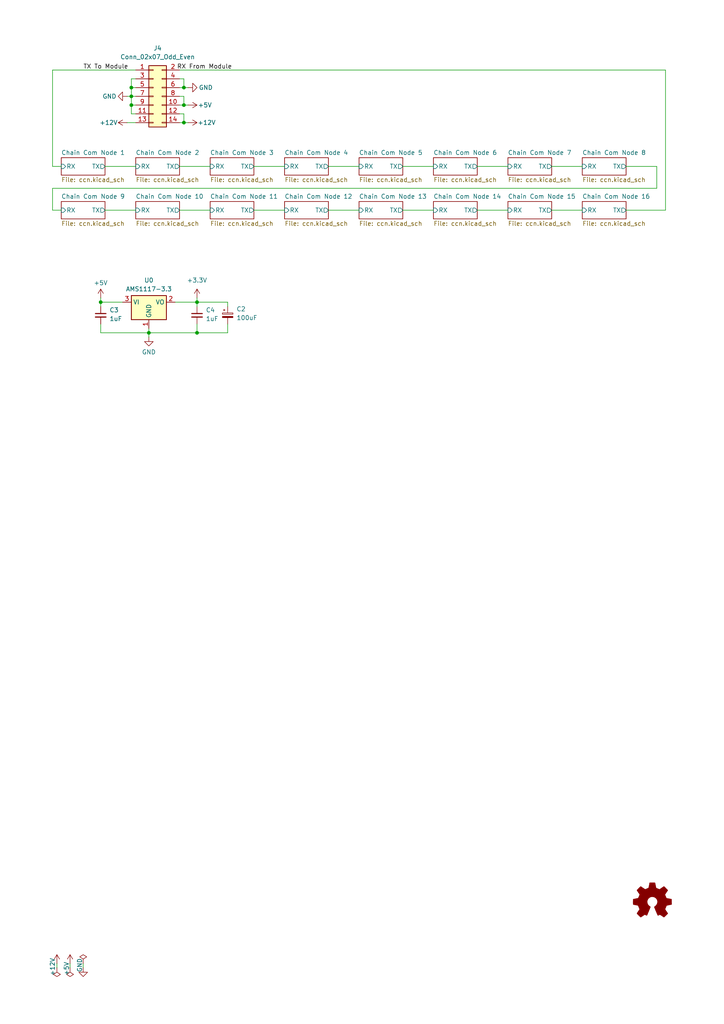
<source format=kicad_sch>
(kicad_sch
	(version 20231120)
	(generator "eeschema")
	(generator_version "8.0")
	(uuid "36bb1b3b-7b5b-4a4c-b4db-cfb27ceb38a1")
	(paper "A4" portrait)
	(title_block
		(title "Chain Com Tester")
		(date "${DATE}")
		(rev "1.0.0")
		(company "OpenFlap")
		(comment 1 "${GIT_TAG}")
		(comment 2 "Repo: github.com/ToonVanEyck/OpenFlap")
		(comment 3 "Designer: Toon Van Eyck")
	)
	(lib_symbols
		(symbol "Connector_Generic:Conn_02x07_Odd_Even"
			(pin_names
				(offset 1.016) hide)
			(exclude_from_sim no)
			(in_bom yes)
			(on_board yes)
			(property "Reference" "J"
				(at 1.27 10.16 0)
				(effects
					(font
						(size 1.27 1.27)
					)
				)
			)
			(property "Value" "Conn_02x07_Odd_Even"
				(at 1.27 -10.16 0)
				(effects
					(font
						(size 1.27 1.27)
					)
				)
			)
			(property "Footprint" ""
				(at 0 0 0)
				(effects
					(font
						(size 1.27 1.27)
					)
					(hide yes)
				)
			)
			(property "Datasheet" "~"
				(at 0 0 0)
				(effects
					(font
						(size 1.27 1.27)
					)
					(hide yes)
				)
			)
			(property "Description" "Generic connector, double row, 02x07, odd/even pin numbering scheme (row 1 odd numbers, row 2 even numbers), script generated (kicad-library-utils/schlib/autogen/connector/)"
				(at 0 0 0)
				(effects
					(font
						(size 1.27 1.27)
					)
					(hide yes)
				)
			)
			(property "ki_keywords" "connector"
				(at 0 0 0)
				(effects
					(font
						(size 1.27 1.27)
					)
					(hide yes)
				)
			)
			(property "ki_fp_filters" "Connector*:*_2x??_*"
				(at 0 0 0)
				(effects
					(font
						(size 1.27 1.27)
					)
					(hide yes)
				)
			)
			(symbol "Conn_02x07_Odd_Even_1_1"
				(rectangle
					(start -1.27 -7.493)
					(end 0 -7.747)
					(stroke
						(width 0.1524)
						(type default)
					)
					(fill
						(type none)
					)
				)
				(rectangle
					(start -1.27 -4.953)
					(end 0 -5.207)
					(stroke
						(width 0.1524)
						(type default)
					)
					(fill
						(type none)
					)
				)
				(rectangle
					(start -1.27 -2.413)
					(end 0 -2.667)
					(stroke
						(width 0.1524)
						(type default)
					)
					(fill
						(type none)
					)
				)
				(rectangle
					(start -1.27 0.127)
					(end 0 -0.127)
					(stroke
						(width 0.1524)
						(type default)
					)
					(fill
						(type none)
					)
				)
				(rectangle
					(start -1.27 2.667)
					(end 0 2.413)
					(stroke
						(width 0.1524)
						(type default)
					)
					(fill
						(type none)
					)
				)
				(rectangle
					(start -1.27 5.207)
					(end 0 4.953)
					(stroke
						(width 0.1524)
						(type default)
					)
					(fill
						(type none)
					)
				)
				(rectangle
					(start -1.27 7.747)
					(end 0 7.493)
					(stroke
						(width 0.1524)
						(type default)
					)
					(fill
						(type none)
					)
				)
				(rectangle
					(start -1.27 8.89)
					(end 3.81 -8.89)
					(stroke
						(width 0.254)
						(type default)
					)
					(fill
						(type background)
					)
				)
				(rectangle
					(start 3.81 -7.493)
					(end 2.54 -7.747)
					(stroke
						(width 0.1524)
						(type default)
					)
					(fill
						(type none)
					)
				)
				(rectangle
					(start 3.81 -4.953)
					(end 2.54 -5.207)
					(stroke
						(width 0.1524)
						(type default)
					)
					(fill
						(type none)
					)
				)
				(rectangle
					(start 3.81 -2.413)
					(end 2.54 -2.667)
					(stroke
						(width 0.1524)
						(type default)
					)
					(fill
						(type none)
					)
				)
				(rectangle
					(start 3.81 0.127)
					(end 2.54 -0.127)
					(stroke
						(width 0.1524)
						(type default)
					)
					(fill
						(type none)
					)
				)
				(rectangle
					(start 3.81 2.667)
					(end 2.54 2.413)
					(stroke
						(width 0.1524)
						(type default)
					)
					(fill
						(type none)
					)
				)
				(rectangle
					(start 3.81 5.207)
					(end 2.54 4.953)
					(stroke
						(width 0.1524)
						(type default)
					)
					(fill
						(type none)
					)
				)
				(rectangle
					(start 3.81 7.747)
					(end 2.54 7.493)
					(stroke
						(width 0.1524)
						(type default)
					)
					(fill
						(type none)
					)
				)
				(pin passive line
					(at -5.08 7.62 0)
					(length 3.81)
					(name "Pin_1"
						(effects
							(font
								(size 1.27 1.27)
							)
						)
					)
					(number "1"
						(effects
							(font
								(size 1.27 1.27)
							)
						)
					)
				)
				(pin passive line
					(at 7.62 -2.54 180)
					(length 3.81)
					(name "Pin_10"
						(effects
							(font
								(size 1.27 1.27)
							)
						)
					)
					(number "10"
						(effects
							(font
								(size 1.27 1.27)
							)
						)
					)
				)
				(pin passive line
					(at -5.08 -5.08 0)
					(length 3.81)
					(name "Pin_11"
						(effects
							(font
								(size 1.27 1.27)
							)
						)
					)
					(number "11"
						(effects
							(font
								(size 1.27 1.27)
							)
						)
					)
				)
				(pin passive line
					(at 7.62 -5.08 180)
					(length 3.81)
					(name "Pin_12"
						(effects
							(font
								(size 1.27 1.27)
							)
						)
					)
					(number "12"
						(effects
							(font
								(size 1.27 1.27)
							)
						)
					)
				)
				(pin passive line
					(at -5.08 -7.62 0)
					(length 3.81)
					(name "Pin_13"
						(effects
							(font
								(size 1.27 1.27)
							)
						)
					)
					(number "13"
						(effects
							(font
								(size 1.27 1.27)
							)
						)
					)
				)
				(pin passive line
					(at 7.62 -7.62 180)
					(length 3.81)
					(name "Pin_14"
						(effects
							(font
								(size 1.27 1.27)
							)
						)
					)
					(number "14"
						(effects
							(font
								(size 1.27 1.27)
							)
						)
					)
				)
				(pin passive line
					(at 7.62 7.62 180)
					(length 3.81)
					(name "Pin_2"
						(effects
							(font
								(size 1.27 1.27)
							)
						)
					)
					(number "2"
						(effects
							(font
								(size 1.27 1.27)
							)
						)
					)
				)
				(pin passive line
					(at -5.08 5.08 0)
					(length 3.81)
					(name "Pin_3"
						(effects
							(font
								(size 1.27 1.27)
							)
						)
					)
					(number "3"
						(effects
							(font
								(size 1.27 1.27)
							)
						)
					)
				)
				(pin passive line
					(at 7.62 5.08 180)
					(length 3.81)
					(name "Pin_4"
						(effects
							(font
								(size 1.27 1.27)
							)
						)
					)
					(number "4"
						(effects
							(font
								(size 1.27 1.27)
							)
						)
					)
				)
				(pin passive line
					(at -5.08 2.54 0)
					(length 3.81)
					(name "Pin_5"
						(effects
							(font
								(size 1.27 1.27)
							)
						)
					)
					(number "5"
						(effects
							(font
								(size 1.27 1.27)
							)
						)
					)
				)
				(pin passive line
					(at 7.62 2.54 180)
					(length 3.81)
					(name "Pin_6"
						(effects
							(font
								(size 1.27 1.27)
							)
						)
					)
					(number "6"
						(effects
							(font
								(size 1.27 1.27)
							)
						)
					)
				)
				(pin passive line
					(at -5.08 0 0)
					(length 3.81)
					(name "Pin_7"
						(effects
							(font
								(size 1.27 1.27)
							)
						)
					)
					(number "7"
						(effects
							(font
								(size 1.27 1.27)
							)
						)
					)
				)
				(pin passive line
					(at 7.62 0 180)
					(length 3.81)
					(name "Pin_8"
						(effects
							(font
								(size 1.27 1.27)
							)
						)
					)
					(number "8"
						(effects
							(font
								(size 1.27 1.27)
							)
						)
					)
				)
				(pin passive line
					(at -5.08 -2.54 0)
					(length 3.81)
					(name "Pin_9"
						(effects
							(font
								(size 1.27 1.27)
							)
						)
					)
					(number "9"
						(effects
							(font
								(size 1.27 1.27)
							)
						)
					)
				)
			)
		)
		(symbol "Device:C_Polarized_Small"
			(pin_numbers hide)
			(pin_names
				(offset 0.254) hide)
			(exclude_from_sim no)
			(in_bom yes)
			(on_board yes)
			(property "Reference" "C"
				(at 0.254 1.778 0)
				(effects
					(font
						(size 1.27 1.27)
					)
					(justify left)
				)
			)
			(property "Value" "C_Polarized_Small"
				(at 0.254 -2.032 0)
				(effects
					(font
						(size 1.27 1.27)
					)
					(justify left)
				)
			)
			(property "Footprint" ""
				(at 0 0 0)
				(effects
					(font
						(size 1.27 1.27)
					)
					(hide yes)
				)
			)
			(property "Datasheet" "~"
				(at 0 0 0)
				(effects
					(font
						(size 1.27 1.27)
					)
					(hide yes)
				)
			)
			(property "Description" "Polarized capacitor, small symbol"
				(at 0 0 0)
				(effects
					(font
						(size 1.27 1.27)
					)
					(hide yes)
				)
			)
			(property "ki_keywords" "cap capacitor"
				(at 0 0 0)
				(effects
					(font
						(size 1.27 1.27)
					)
					(hide yes)
				)
			)
			(property "ki_fp_filters" "CP_*"
				(at 0 0 0)
				(effects
					(font
						(size 1.27 1.27)
					)
					(hide yes)
				)
			)
			(symbol "C_Polarized_Small_0_1"
				(rectangle
					(start -1.524 -0.3048)
					(end 1.524 -0.6858)
					(stroke
						(width 0)
						(type default)
					)
					(fill
						(type outline)
					)
				)
				(rectangle
					(start -1.524 0.6858)
					(end 1.524 0.3048)
					(stroke
						(width 0)
						(type default)
					)
					(fill
						(type none)
					)
				)
				(polyline
					(pts
						(xy -1.27 1.524) (xy -0.762 1.524)
					)
					(stroke
						(width 0)
						(type default)
					)
					(fill
						(type none)
					)
				)
				(polyline
					(pts
						(xy -1.016 1.27) (xy -1.016 1.778)
					)
					(stroke
						(width 0)
						(type default)
					)
					(fill
						(type none)
					)
				)
			)
			(symbol "C_Polarized_Small_1_1"
				(pin passive line
					(at 0 2.54 270)
					(length 1.8542)
					(name "~"
						(effects
							(font
								(size 1.27 1.27)
							)
						)
					)
					(number "1"
						(effects
							(font
								(size 1.27 1.27)
							)
						)
					)
				)
				(pin passive line
					(at 0 -2.54 90)
					(length 1.8542)
					(name "~"
						(effects
							(font
								(size 1.27 1.27)
							)
						)
					)
					(number "2"
						(effects
							(font
								(size 1.27 1.27)
							)
						)
					)
				)
			)
		)
		(symbol "Device:C_Small"
			(pin_numbers hide)
			(pin_names
				(offset 0.254) hide)
			(exclude_from_sim no)
			(in_bom yes)
			(on_board yes)
			(property "Reference" "C"
				(at 0.254 1.778 0)
				(effects
					(font
						(size 1.27 1.27)
					)
					(justify left)
				)
			)
			(property "Value" "C_Small"
				(at 0.254 -2.032 0)
				(effects
					(font
						(size 1.27 1.27)
					)
					(justify left)
				)
			)
			(property "Footprint" ""
				(at 0 0 0)
				(effects
					(font
						(size 1.27 1.27)
					)
					(hide yes)
				)
			)
			(property "Datasheet" "~"
				(at 0 0 0)
				(effects
					(font
						(size 1.27 1.27)
					)
					(hide yes)
				)
			)
			(property "Description" "Unpolarized capacitor, small symbol"
				(at 0 0 0)
				(effects
					(font
						(size 1.27 1.27)
					)
					(hide yes)
				)
			)
			(property "ki_keywords" "capacitor cap"
				(at 0 0 0)
				(effects
					(font
						(size 1.27 1.27)
					)
					(hide yes)
				)
			)
			(property "ki_fp_filters" "C_*"
				(at 0 0 0)
				(effects
					(font
						(size 1.27 1.27)
					)
					(hide yes)
				)
			)
			(symbol "C_Small_0_1"
				(polyline
					(pts
						(xy -1.524 -0.508) (xy 1.524 -0.508)
					)
					(stroke
						(width 0.3302)
						(type default)
					)
					(fill
						(type none)
					)
				)
				(polyline
					(pts
						(xy -1.524 0.508) (xy 1.524 0.508)
					)
					(stroke
						(width 0.3048)
						(type default)
					)
					(fill
						(type none)
					)
				)
			)
			(symbol "C_Small_1_1"
				(pin passive line
					(at 0 2.54 270)
					(length 2.032)
					(name "~"
						(effects
							(font
								(size 1.27 1.27)
							)
						)
					)
					(number "1"
						(effects
							(font
								(size 1.27 1.27)
							)
						)
					)
				)
				(pin passive line
					(at 0 -2.54 90)
					(length 2.032)
					(name "~"
						(effects
							(font
								(size 1.27 1.27)
							)
						)
					)
					(number "2"
						(effects
							(font
								(size 1.27 1.27)
							)
						)
					)
				)
			)
		)
		(symbol "Graphic:Logo_Open_Hardware_Small"
			(exclude_from_sim no)
			(in_bom no)
			(on_board no)
			(property "Reference" "#SYM"
				(at 0 6.985 0)
				(effects
					(font
						(size 1.27 1.27)
					)
					(hide yes)
				)
			)
			(property "Value" "Logo_Open_Hardware_Small"
				(at 0 -5.715 0)
				(effects
					(font
						(size 1.27 1.27)
					)
					(hide yes)
				)
			)
			(property "Footprint" ""
				(at 0 0 0)
				(effects
					(font
						(size 1.27 1.27)
					)
					(hide yes)
				)
			)
			(property "Datasheet" "~"
				(at 0 0 0)
				(effects
					(font
						(size 1.27 1.27)
					)
					(hide yes)
				)
			)
			(property "Description" "Open Hardware logo, small"
				(at 0 0 0)
				(effects
					(font
						(size 1.27 1.27)
					)
					(hide yes)
				)
			)
			(property "Sim.Enable" "0"
				(at 0 0 0)
				(effects
					(font
						(size 1.27 1.27)
					)
					(hide yes)
				)
			)
			(property "ki_keywords" "Logo"
				(at 0 0 0)
				(effects
					(font
						(size 1.27 1.27)
					)
					(hide yes)
				)
			)
			(symbol "Logo_Open_Hardware_Small_0_1"
				(polyline
					(pts
						(xy 3.3528 -4.3434) (xy 3.302 -4.318) (xy 3.175 -4.2418) (xy 2.9972 -4.1148) (xy 2.7686 -3.9624)
						(xy 2.54 -3.81) (xy 2.3622 -3.7084) (xy 2.2352 -3.6068) (xy 2.1844 -3.5814) (xy 2.159 -3.6068)
						(xy 2.0574 -3.6576) (xy 1.905 -3.7338) (xy 1.8034 -3.7846) (xy 1.6764 -3.8354) (xy 1.6002 -3.8354)
						(xy 1.6002 -3.8354) (xy 1.5494 -3.7338) (xy 1.4732 -3.5306) (xy 1.3462 -3.302) (xy 1.2446 -3.0226)
						(xy 1.1176 -2.7178) (xy 0.9652 -2.413) (xy 0.8636 -2.1082) (xy 0.7366 -1.8288) (xy 0.6604 -1.6256)
						(xy 0.6096 -1.4732) (xy 0.5842 -1.397) (xy 0.5842 -1.397) (xy 0.6604 -1.3208) (xy 0.7874 -1.2446)
						(xy 1.0414 -1.016) (xy 1.2954 -0.6858) (xy 1.4478 -0.3302) (xy 1.524 0.0762) (xy 1.4732 0.4572)
						(xy 1.3208 0.8128) (xy 1.0668 1.143) (xy 0.762 1.3716) (xy 0.4064 1.524) (xy 0 1.5748) (xy -0.381 1.5494)
						(xy -0.7366 1.397) (xy -1.0668 1.143) (xy -1.2192 0.9906) (xy -1.397 0.6604) (xy -1.524 0.3048)
						(xy -1.524 0.2286) (xy -1.4986 -0.1778) (xy -1.397 -0.5334) (xy -1.1938 -0.8636) (xy -0.9144 -1.143)
						(xy -0.8636 -1.1684) (xy -0.7366 -1.27) (xy -0.635 -1.3462) (xy -0.5842 -1.397) (xy -1.0668 -2.5908)
						(xy -1.143 -2.794) (xy -1.2954 -3.1242) (xy -1.397 -3.4036) (xy -1.4986 -3.6322) (xy -1.5748 -3.7846)
						(xy -1.6002 -3.8354) (xy -1.6002 -3.8354) (xy -1.651 -3.8354) (xy -1.7272 -3.81) (xy -1.905 -3.7338)
						(xy -2.0066 -3.683) (xy -2.1336 -3.6068) (xy -2.2098 -3.5814) (xy -2.2606 -3.6068) (xy -2.3622 -3.683)
						(xy -2.54 -3.81) (xy -2.7686 -3.9624) (xy -2.9718 -4.0894) (xy -3.1496 -4.2164) (xy -3.302 -4.318)
						(xy -3.3528 -4.3434) (xy -3.3782 -4.3434) (xy -3.429 -4.318) (xy -3.5306 -4.2164) (xy -3.7084 -4.064)
						(xy -3.937 -3.8354) (xy -3.9624 -3.81) (xy -4.1656 -3.6068) (xy -4.318 -3.4544) (xy -4.4196 -3.3274)
						(xy -4.445 -3.2766) (xy -4.445 -3.2766) (xy -4.4196 -3.2258) (xy -4.318 -3.0734) (xy -4.2164 -2.8956)
						(xy -4.064 -2.667) (xy -3.6576 -2.0828) (xy -3.8862 -1.5494) (xy -3.937 -1.3716) (xy -4.0386 -1.1684)
						(xy -4.0894 -1.0414) (xy -4.1148 -0.9652) (xy -4.191 -0.9398) (xy -4.318 -0.9144) (xy -4.5466 -0.8636)
						(xy -4.8006 -0.8128) (xy -5.0546 -0.7874) (xy -5.2578 -0.7366) (xy -5.4356 -0.7112) (xy -5.5118 -0.6858)
						(xy -5.5118 -0.6858) (xy -5.5372 -0.635) (xy -5.5372 -0.5588) (xy -5.5372 -0.4318) (xy -5.5626 -0.2286)
						(xy -5.5626 0.0762) (xy -5.5626 0.127) (xy -5.5372 0.4064) (xy -5.5372 0.635) (xy -5.5372 0.762)
						(xy -5.5372 0.8382) (xy -5.5372 0.8382) (xy -5.461 0.8382) (xy -5.3086 0.889) (xy -5.08 0.9144)
						(xy -4.826 0.9652) (xy -4.8006 0.9906) (xy -4.5466 1.0414) (xy -4.318 1.0668) (xy -4.1656 1.1176)
						(xy -4.0894 1.143) (xy -4.0894 1.143) (xy -4.0386 1.2446) (xy -3.9624 1.4224) (xy -3.8608 1.6256)
						(xy -3.7846 1.8288) (xy -3.7084 2.0066) (xy -3.6576 2.159) (xy -3.6322 2.2098) (xy -3.6322 2.2098)
						(xy -3.683 2.286) (xy -3.7592 2.413) (xy -3.8862 2.5908) (xy -4.064 2.8194) (xy -4.064 2.8448)
						(xy -4.2164 3.0734) (xy -4.3434 3.2512) (xy -4.4196 3.3782) (xy -4.445 3.4544) (xy -4.445 3.4544)
						(xy -4.3942 3.5052) (xy -4.2926 3.6322) (xy -4.1148 3.81) (xy -3.937 4.0132) (xy -3.8608 4.064)
						(xy -3.6576 4.2926) (xy -3.5052 4.4196) (xy -3.4036 4.4958) (xy -3.3528 4.5212) (xy -3.3528 4.5212)
						(xy -3.302 4.4704) (xy -3.1496 4.3688) (xy -2.9718 4.2418) (xy -2.7432 4.0894) (xy -2.7178 4.0894)
						(xy -2.4892 3.937) (xy -2.3114 3.81) (xy -2.1844 3.7084) (xy -2.1336 3.683) (xy -2.1082 3.683)
						(xy -2.032 3.7084) (xy -1.8542 3.7592) (xy -1.6764 3.8354) (xy -1.4732 3.937) (xy -1.27 4.0132)
						(xy -1.143 4.064) (xy -1.0668 4.1148) (xy -1.0668 4.1148) (xy -1.0414 4.191) (xy -1.016 4.3434)
						(xy -0.9652 4.572) (xy -0.9144 4.8514) (xy -0.889 4.9022) (xy -0.8382 5.1562) (xy -0.8128 5.3848)
						(xy -0.7874 5.5372) (xy -0.762 5.588) (xy -0.7112 5.6134) (xy -0.5842 5.6134) (xy -0.4064 5.6134)
						(xy -0.1524 5.6134) (xy 0.0762 5.6134) (xy 0.3302 5.6134) (xy 0.5334 5.6134) (xy 0.6858 5.588)
						(xy 0.7366 5.588) (xy 0.7366 5.588) (xy 0.762 5.5118) (xy 0.8128 5.334) (xy 0.8382 5.1054) (xy 0.9144 4.826)
						(xy 0.9144 4.7752) (xy 0.9652 4.5212) (xy 1.016 4.2926) (xy 1.0414 4.1402) (xy 1.0668 4.0894)
						(xy 1.0668 4.0894) (xy 1.1938 4.0386) (xy 1.3716 3.9624) (xy 1.5748 3.8608) (xy 2.0828 3.6576)
						(xy 2.7178 4.0894) (xy 2.7686 4.1402) (xy 2.9972 4.2926) (xy 3.175 4.4196) (xy 3.302 4.4958) (xy 3.3782 4.5212)
						(xy 3.3782 4.5212) (xy 3.429 4.4704) (xy 3.556 4.3434) (xy 3.7338 4.191) (xy 3.9116 3.9878) (xy 4.064 3.8354)
						(xy 4.2418 3.6576) (xy 4.3434 3.556) (xy 4.4196 3.4798) (xy 4.4196 3.429) (xy 4.4196 3.4036) (xy 4.3942 3.3274)
						(xy 4.2926 3.2004) (xy 4.1656 2.9972) (xy 4.0132 2.794) (xy 3.8862 2.5908) (xy 3.7592 2.3876)
						(xy 3.6576 2.2352) (xy 3.6322 2.159) (xy 3.6322 2.1336) (xy 3.683 2.0066) (xy 3.7592 1.8288) (xy 3.8608 1.6002)
						(xy 4.064 1.1176) (xy 4.3942 1.0414) (xy 4.5974 1.016) (xy 4.8768 0.9652) (xy 5.1308 0.9144) (xy 5.5372 0.8382)
						(xy 5.5626 -0.6604) (xy 5.4864 -0.6858) (xy 5.4356 -0.6858) (xy 5.2832 -0.7366) (xy 5.0546 -0.762)
						(xy 4.8006 -0.8128) (xy 4.5974 -0.8636) (xy 4.3688 -0.9144) (xy 4.2164 -0.9398) (xy 4.1402 -0.9398)
						(xy 4.1148 -0.9652) (xy 4.064 -1.0668) (xy 3.9878 -1.2446) (xy 3.9116 -1.4478) (xy 3.81 -1.651)
						(xy 3.7338 -1.8542) (xy 3.683 -2.0066) (xy 3.6576 -2.0828) (xy 3.683 -2.1336) (xy 3.7846 -2.2606)
						(xy 3.8862 -2.4638) (xy 4.0386 -2.667) (xy 4.191 -2.8956) (xy 4.318 -3.0734) (xy 4.3942 -3.2004)
						(xy 4.445 -3.2766) (xy 4.4196 -3.3274) (xy 4.3434 -3.429) (xy 4.1656 -3.5814) (xy 3.937 -3.8354)
						(xy 3.8862 -3.8608) (xy 3.683 -4.064) (xy 3.5306 -4.2164) (xy 3.4036 -4.318) (xy 3.3528 -4.3434)
					)
					(stroke
						(width 0)
						(type default)
					)
					(fill
						(type outline)
					)
				)
			)
		)
		(symbol "Regulator_Linear:AMS1117-3.3"
			(exclude_from_sim no)
			(in_bom yes)
			(on_board yes)
			(property "Reference" "U"
				(at -3.81 3.175 0)
				(effects
					(font
						(size 1.27 1.27)
					)
				)
			)
			(property "Value" "AMS1117-3.3"
				(at 0 3.175 0)
				(effects
					(font
						(size 1.27 1.27)
					)
					(justify left)
				)
			)
			(property "Footprint" "Package_TO_SOT_SMD:SOT-223-3_TabPin2"
				(at 0 5.08 0)
				(effects
					(font
						(size 1.27 1.27)
					)
					(hide yes)
				)
			)
			(property "Datasheet" "http://www.advanced-monolithic.com/pdf/ds1117.pdf"
				(at 2.54 -6.35 0)
				(effects
					(font
						(size 1.27 1.27)
					)
					(hide yes)
				)
			)
			(property "Description" "1A Low Dropout regulator, positive, 3.3V fixed output, SOT-223"
				(at 0 0 0)
				(effects
					(font
						(size 1.27 1.27)
					)
					(hide yes)
				)
			)
			(property "ki_keywords" "linear regulator ldo fixed positive"
				(at 0 0 0)
				(effects
					(font
						(size 1.27 1.27)
					)
					(hide yes)
				)
			)
			(property "ki_fp_filters" "SOT?223*TabPin2*"
				(at 0 0 0)
				(effects
					(font
						(size 1.27 1.27)
					)
					(hide yes)
				)
			)
			(symbol "AMS1117-3.3_0_1"
				(rectangle
					(start -5.08 -5.08)
					(end 5.08 1.905)
					(stroke
						(width 0.254)
						(type default)
					)
					(fill
						(type background)
					)
				)
			)
			(symbol "AMS1117-3.3_1_1"
				(pin power_in line
					(at 0 -7.62 90)
					(length 2.54)
					(name "GND"
						(effects
							(font
								(size 1.27 1.27)
							)
						)
					)
					(number "1"
						(effects
							(font
								(size 1.27 1.27)
							)
						)
					)
				)
				(pin power_out line
					(at 7.62 0 180)
					(length 2.54)
					(name "VO"
						(effects
							(font
								(size 1.27 1.27)
							)
						)
					)
					(number "2"
						(effects
							(font
								(size 1.27 1.27)
							)
						)
					)
				)
				(pin power_in line
					(at -7.62 0 0)
					(length 2.54)
					(name "VI"
						(effects
							(font
								(size 1.27 1.27)
							)
						)
					)
					(number "3"
						(effects
							(font
								(size 1.27 1.27)
							)
						)
					)
				)
			)
		)
		(symbol "power:+12V"
			(power)
			(pin_numbers hide)
			(pin_names
				(offset 0) hide)
			(exclude_from_sim no)
			(in_bom yes)
			(on_board yes)
			(property "Reference" "#PWR"
				(at 0 -3.81 0)
				(effects
					(font
						(size 1.27 1.27)
					)
					(hide yes)
				)
			)
			(property "Value" "+12V"
				(at 0 3.556 0)
				(effects
					(font
						(size 1.27 1.27)
					)
				)
			)
			(property "Footprint" ""
				(at 0 0 0)
				(effects
					(font
						(size 1.27 1.27)
					)
					(hide yes)
				)
			)
			(property "Datasheet" ""
				(at 0 0 0)
				(effects
					(font
						(size 1.27 1.27)
					)
					(hide yes)
				)
			)
			(property "Description" "Power symbol creates a global label with name \"+12V\""
				(at 0 0 0)
				(effects
					(font
						(size 1.27 1.27)
					)
					(hide yes)
				)
			)
			(property "ki_keywords" "global power"
				(at 0 0 0)
				(effects
					(font
						(size 1.27 1.27)
					)
					(hide yes)
				)
			)
			(symbol "+12V_0_1"
				(polyline
					(pts
						(xy -0.762 1.27) (xy 0 2.54)
					)
					(stroke
						(width 0)
						(type default)
					)
					(fill
						(type none)
					)
				)
				(polyline
					(pts
						(xy 0 0) (xy 0 2.54)
					)
					(stroke
						(width 0)
						(type default)
					)
					(fill
						(type none)
					)
				)
				(polyline
					(pts
						(xy 0 2.54) (xy 0.762 1.27)
					)
					(stroke
						(width 0)
						(type default)
					)
					(fill
						(type none)
					)
				)
			)
			(symbol "+12V_1_1"
				(pin power_in line
					(at 0 0 90)
					(length 0)
					(name "~"
						(effects
							(font
								(size 1.27 1.27)
							)
						)
					)
					(number "1"
						(effects
							(font
								(size 1.27 1.27)
							)
						)
					)
				)
			)
		)
		(symbol "power:+3.3V"
			(power)
			(pin_numbers hide)
			(pin_names
				(offset 0) hide)
			(exclude_from_sim no)
			(in_bom yes)
			(on_board yes)
			(property "Reference" "#PWR"
				(at 0 -3.81 0)
				(effects
					(font
						(size 1.27 1.27)
					)
					(hide yes)
				)
			)
			(property "Value" "+3.3V"
				(at 0 3.556 0)
				(effects
					(font
						(size 1.27 1.27)
					)
				)
			)
			(property "Footprint" ""
				(at 0 0 0)
				(effects
					(font
						(size 1.27 1.27)
					)
					(hide yes)
				)
			)
			(property "Datasheet" ""
				(at 0 0 0)
				(effects
					(font
						(size 1.27 1.27)
					)
					(hide yes)
				)
			)
			(property "Description" "Power symbol creates a global label with name \"+3.3V\""
				(at 0 0 0)
				(effects
					(font
						(size 1.27 1.27)
					)
					(hide yes)
				)
			)
			(property "ki_keywords" "global power"
				(at 0 0 0)
				(effects
					(font
						(size 1.27 1.27)
					)
					(hide yes)
				)
			)
			(symbol "+3.3V_0_1"
				(polyline
					(pts
						(xy -0.762 1.27) (xy 0 2.54)
					)
					(stroke
						(width 0)
						(type default)
					)
					(fill
						(type none)
					)
				)
				(polyline
					(pts
						(xy 0 0) (xy 0 2.54)
					)
					(stroke
						(width 0)
						(type default)
					)
					(fill
						(type none)
					)
				)
				(polyline
					(pts
						(xy 0 2.54) (xy 0.762 1.27)
					)
					(stroke
						(width 0)
						(type default)
					)
					(fill
						(type none)
					)
				)
			)
			(symbol "+3.3V_1_1"
				(pin power_in line
					(at 0 0 90)
					(length 0)
					(name "~"
						(effects
							(font
								(size 1.27 1.27)
							)
						)
					)
					(number "1"
						(effects
							(font
								(size 1.27 1.27)
							)
						)
					)
				)
			)
		)
		(symbol "power:+5V"
			(power)
			(pin_numbers hide)
			(pin_names
				(offset 0) hide)
			(exclude_from_sim no)
			(in_bom yes)
			(on_board yes)
			(property "Reference" "#PWR"
				(at 0 -3.81 0)
				(effects
					(font
						(size 1.27 1.27)
					)
					(hide yes)
				)
			)
			(property "Value" "+5V"
				(at 0 3.556 0)
				(effects
					(font
						(size 1.27 1.27)
					)
				)
			)
			(property "Footprint" ""
				(at 0 0 0)
				(effects
					(font
						(size 1.27 1.27)
					)
					(hide yes)
				)
			)
			(property "Datasheet" ""
				(at 0 0 0)
				(effects
					(font
						(size 1.27 1.27)
					)
					(hide yes)
				)
			)
			(property "Description" "Power symbol creates a global label with name \"+5V\""
				(at 0 0 0)
				(effects
					(font
						(size 1.27 1.27)
					)
					(hide yes)
				)
			)
			(property "ki_keywords" "global power"
				(at 0 0 0)
				(effects
					(font
						(size 1.27 1.27)
					)
					(hide yes)
				)
			)
			(symbol "+5V_0_1"
				(polyline
					(pts
						(xy -0.762 1.27) (xy 0 2.54)
					)
					(stroke
						(width 0)
						(type default)
					)
					(fill
						(type none)
					)
				)
				(polyline
					(pts
						(xy 0 0) (xy 0 2.54)
					)
					(stroke
						(width 0)
						(type default)
					)
					(fill
						(type none)
					)
				)
				(polyline
					(pts
						(xy 0 2.54) (xy 0.762 1.27)
					)
					(stroke
						(width 0)
						(type default)
					)
					(fill
						(type none)
					)
				)
			)
			(symbol "+5V_1_1"
				(pin power_in line
					(at 0 0 90)
					(length 0)
					(name "~"
						(effects
							(font
								(size 1.27 1.27)
							)
						)
					)
					(number "1"
						(effects
							(font
								(size 1.27 1.27)
							)
						)
					)
				)
			)
		)
		(symbol "power:GND"
			(power)
			(pin_numbers hide)
			(pin_names
				(offset 0) hide)
			(exclude_from_sim no)
			(in_bom yes)
			(on_board yes)
			(property "Reference" "#PWR"
				(at 0 -6.35 0)
				(effects
					(font
						(size 1.27 1.27)
					)
					(hide yes)
				)
			)
			(property "Value" "GND"
				(at 0 -3.81 0)
				(effects
					(font
						(size 1.27 1.27)
					)
				)
			)
			(property "Footprint" ""
				(at 0 0 0)
				(effects
					(font
						(size 1.27 1.27)
					)
					(hide yes)
				)
			)
			(property "Datasheet" ""
				(at 0 0 0)
				(effects
					(font
						(size 1.27 1.27)
					)
					(hide yes)
				)
			)
			(property "Description" "Power symbol creates a global label with name \"GND\" , ground"
				(at 0 0 0)
				(effects
					(font
						(size 1.27 1.27)
					)
					(hide yes)
				)
			)
			(property "ki_keywords" "global power"
				(at 0 0 0)
				(effects
					(font
						(size 1.27 1.27)
					)
					(hide yes)
				)
			)
			(symbol "GND_0_1"
				(polyline
					(pts
						(xy 0 0) (xy 0 -1.27) (xy 1.27 -1.27) (xy 0 -2.54) (xy -1.27 -1.27) (xy 0 -1.27)
					)
					(stroke
						(width 0)
						(type default)
					)
					(fill
						(type none)
					)
				)
			)
			(symbol "GND_1_1"
				(pin power_in line
					(at 0 0 270)
					(length 0)
					(name "~"
						(effects
							(font
								(size 1.27 1.27)
							)
						)
					)
					(number "1"
						(effects
							(font
								(size 1.27 1.27)
							)
						)
					)
				)
			)
		)
		(symbol "power:PWR_FLAG"
			(power)
			(pin_numbers hide)
			(pin_names
				(offset 0) hide)
			(exclude_from_sim no)
			(in_bom yes)
			(on_board yes)
			(property "Reference" "#FLG"
				(at 0 1.905 0)
				(effects
					(font
						(size 1.27 1.27)
					)
					(hide yes)
				)
			)
			(property "Value" "PWR_FLAG"
				(at 0 3.81 0)
				(effects
					(font
						(size 1.27 1.27)
					)
				)
			)
			(property "Footprint" ""
				(at 0 0 0)
				(effects
					(font
						(size 1.27 1.27)
					)
					(hide yes)
				)
			)
			(property "Datasheet" "~"
				(at 0 0 0)
				(effects
					(font
						(size 1.27 1.27)
					)
					(hide yes)
				)
			)
			(property "Description" "Special symbol for telling ERC where power comes from"
				(at 0 0 0)
				(effects
					(font
						(size 1.27 1.27)
					)
					(hide yes)
				)
			)
			(property "ki_keywords" "flag power"
				(at 0 0 0)
				(effects
					(font
						(size 1.27 1.27)
					)
					(hide yes)
				)
			)
			(symbol "PWR_FLAG_0_0"
				(pin power_out line
					(at 0 0 90)
					(length 0)
					(name "~"
						(effects
							(font
								(size 1.27 1.27)
							)
						)
					)
					(number "1"
						(effects
							(font
								(size 1.27 1.27)
							)
						)
					)
				)
			)
			(symbol "PWR_FLAG_0_1"
				(polyline
					(pts
						(xy 0 0) (xy 0 1.27) (xy -1.016 1.905) (xy 0 2.54) (xy 1.016 1.905) (xy 0 1.27)
					)
					(stroke
						(width 0)
						(type default)
					)
					(fill
						(type none)
					)
				)
			)
		)
	)
	(junction
		(at 38.1 25.4)
		(diameter 0)
		(color 0 0 0 0)
		(uuid "081e9795-bf57-4fd5-b9ae-cfe7ef02011e")
	)
	(junction
		(at 53.34 35.56)
		(diameter 0)
		(color 0 0 0 0)
		(uuid "449a73cf-41bd-4340-9e45-8a85d26aaade")
	)
	(junction
		(at 53.34 30.48)
		(diameter 0)
		(color 0 0 0 0)
		(uuid "4f025bd8-b12a-4d32-991b-87150109b428")
	)
	(junction
		(at 43.18 96.52)
		(diameter 0)
		(color 0 0 0 0)
		(uuid "4fbcacb8-f3ac-4d65-a0ad-4c0d64492ce3")
	)
	(junction
		(at 29.21 87.63)
		(diameter 0)
		(color 0 0 0 0)
		(uuid "558e5ea7-73ed-40d0-bd9e-85c454de0e34")
	)
	(junction
		(at 53.34 25.4)
		(diameter 0)
		(color 0 0 0 0)
		(uuid "893f07bf-61bb-45d3-b1a1-a30ee43c470e")
	)
	(junction
		(at 57.15 96.52)
		(diameter 0)
		(color 0 0 0 0)
		(uuid "bbb85445-b0d0-429d-a442-13d9c71a5e5b")
	)
	(junction
		(at 57.15 87.63)
		(diameter 0)
		(color 0 0 0 0)
		(uuid "d7113fce-83f4-4a64-a481-e6c52b301397")
	)
	(junction
		(at 38.1 30.48)
		(diameter 0)
		(color 0 0 0 0)
		(uuid "e0a266cc-f846-4c77-ae25-8759b74e9451")
	)
	(junction
		(at 38.1 27.94)
		(diameter 0)
		(color 0 0 0 0)
		(uuid "f6ac7db1-44eb-4ea2-86f9-f4ef0ae5219a")
	)
	(wire
		(pts
			(xy 15.24 54.61) (xy 15.24 60.96)
		)
		(stroke
			(width 0)
			(type default)
		)
		(uuid "045e5265-b8c7-42db-b870-835c7bed03b6")
	)
	(wire
		(pts
			(xy 193.04 60.96) (xy 193.04 20.32)
		)
		(stroke
			(width 0)
			(type default)
		)
		(uuid "058ef988-760c-4d41-847d-8096f23e8416")
	)
	(wire
		(pts
			(xy 17.78 48.26) (xy 15.24 48.26)
		)
		(stroke
			(width 0)
			(type default)
		)
		(uuid "1631d9f7-9a02-43c9-b15c-4867407a593f")
	)
	(wire
		(pts
			(xy 66.04 96.52) (xy 57.15 96.52)
		)
		(stroke
			(width 0)
			(type default)
		)
		(uuid "189cac8b-7053-434a-ac5a-d4411c0244e2")
	)
	(wire
		(pts
			(xy 39.37 22.86) (xy 38.1 22.86)
		)
		(stroke
			(width 0)
			(type default)
		)
		(uuid "1b2a60da-df1e-4640-a3e2-990e03a55df1")
	)
	(wire
		(pts
			(xy 36.83 35.56) (xy 39.37 35.56)
		)
		(stroke
			(width 0)
			(type default)
		)
		(uuid "1d506bc4-3cee-4209-a93b-49254bcc7715")
	)
	(wire
		(pts
			(xy 53.34 30.48) (xy 54.61 30.48)
		)
		(stroke
			(width 0)
			(type default)
		)
		(uuid "2238645d-d45a-400e-938b-7d78c8ed1c97")
	)
	(wire
		(pts
			(xy 73.66 48.26) (xy 82.55 48.26)
		)
		(stroke
			(width 0)
			(type default)
		)
		(uuid "242efa26-c85a-4ec6-8d37-be1b6c595d48")
	)
	(wire
		(pts
			(xy 38.1 30.48) (xy 38.1 27.94)
		)
		(stroke
			(width 0)
			(type default)
		)
		(uuid "25011581-4168-467a-967f-9595654c3633")
	)
	(wire
		(pts
			(xy 66.04 93.98) (xy 66.04 96.52)
		)
		(stroke
			(width 0)
			(type default)
		)
		(uuid "27527a45-56c1-4d29-a804-45478c431d39")
	)
	(wire
		(pts
			(xy 52.07 20.32) (xy 193.04 20.32)
		)
		(stroke
			(width 0)
			(type default)
		)
		(uuid "28427054-8e22-4d5e-897b-d53b2cf6f4ea")
	)
	(wire
		(pts
			(xy 43.18 95.25) (xy 43.18 96.52)
		)
		(stroke
			(width 0)
			(type default)
		)
		(uuid "34748823-61e8-4c91-b200-434972a4c357")
	)
	(wire
		(pts
			(xy 30.48 48.26) (xy 39.37 48.26)
		)
		(stroke
			(width 0)
			(type default)
		)
		(uuid "365c01a7-e0be-4fd7-837c-4c36b732af18")
	)
	(wire
		(pts
			(xy 190.5 48.26) (xy 190.5 54.61)
		)
		(stroke
			(width 0)
			(type default)
		)
		(uuid "3932acfb-ee3d-4740-bdc1-8c262b8d94fa")
	)
	(wire
		(pts
			(xy 95.25 48.26) (xy 104.14 48.26)
		)
		(stroke
			(width 0)
			(type default)
		)
		(uuid "3ca9a2b9-5ad8-472f-8b92-21ef90fdfb8d")
	)
	(wire
		(pts
			(xy 190.5 54.61) (xy 15.24 54.61)
		)
		(stroke
			(width 0)
			(type default)
		)
		(uuid "3dceac92-b35f-4f1f-8f43-8f319d0d6741")
	)
	(wire
		(pts
			(xy 73.66 60.96) (xy 82.55 60.96)
		)
		(stroke
			(width 0)
			(type default)
		)
		(uuid "3e4bd2de-6e35-4d15-97a5-b02c22b51e94")
	)
	(wire
		(pts
			(xy 57.15 86.36) (xy 57.15 87.63)
		)
		(stroke
			(width 0)
			(type default)
		)
		(uuid "46728e34-f919-4e6f-af6e-c52a68c0abf1")
	)
	(wire
		(pts
			(xy 138.43 60.96) (xy 147.32 60.96)
		)
		(stroke
			(width 0)
			(type default)
		)
		(uuid "4885933e-9e23-4864-8d79-e9286ccc0125")
	)
	(wire
		(pts
			(xy 20.32 279.4) (xy 20.32 280.67)
		)
		(stroke
			(width 0)
			(type default)
		)
		(uuid "4e39218b-66c7-4d43-a849-f4695139baa6")
	)
	(wire
		(pts
			(xy 181.61 48.26) (xy 190.5 48.26)
		)
		(stroke
			(width 0)
			(type default)
		)
		(uuid "51731220-1f49-4da9-ac18-1ac80bd4be53")
	)
	(wire
		(pts
			(xy 52.07 60.96) (xy 60.96 60.96)
		)
		(stroke
			(width 0)
			(type default)
		)
		(uuid "53ced0c7-344c-4329-a215-e454a836f44a")
	)
	(wire
		(pts
			(xy 53.34 33.02) (xy 53.34 35.56)
		)
		(stroke
			(width 0)
			(type default)
		)
		(uuid "54858b66-72d4-46d7-b993-04cd8ad82d67")
	)
	(wire
		(pts
			(xy 29.21 96.52) (xy 43.18 96.52)
		)
		(stroke
			(width 0)
			(type default)
		)
		(uuid "5688f487-961a-4910-96c4-fd5608895d17")
	)
	(wire
		(pts
			(xy 30.48 60.96) (xy 39.37 60.96)
		)
		(stroke
			(width 0)
			(type default)
		)
		(uuid "57970650-4037-478e-8245-b4914a1417c1")
	)
	(wire
		(pts
			(xy 29.21 86.36) (xy 29.21 87.63)
		)
		(stroke
			(width 0)
			(type default)
		)
		(uuid "57c5dabb-378c-4aa0-85a7-2dbb17c93d14")
	)
	(wire
		(pts
			(xy 53.34 35.56) (xy 54.61 35.56)
		)
		(stroke
			(width 0)
			(type default)
		)
		(uuid "5a2e97c4-ea41-4a69-a23a-3232867e19c9")
	)
	(wire
		(pts
			(xy 160.02 48.26) (xy 168.91 48.26)
		)
		(stroke
			(width 0)
			(type default)
		)
		(uuid "5e8ec405-acc7-4ca3-81bc-8b28ff7372c1")
	)
	(wire
		(pts
			(xy 66.04 88.9) (xy 66.04 87.63)
		)
		(stroke
			(width 0)
			(type default)
		)
		(uuid "5f9d35c6-296e-4cd5-b106-2ec52b21058c")
	)
	(wire
		(pts
			(xy 38.1 22.86) (xy 38.1 25.4)
		)
		(stroke
			(width 0)
			(type default)
		)
		(uuid "63071d3f-c9a1-486f-9de2-30730cbfa0f8")
	)
	(wire
		(pts
			(xy 52.07 27.94) (xy 53.34 27.94)
		)
		(stroke
			(width 0)
			(type default)
		)
		(uuid "6a91b20c-e360-4ed3-b68f-6b7fb6d73c02")
	)
	(wire
		(pts
			(xy 15.24 48.26) (xy 15.24 20.32)
		)
		(stroke
			(width 0)
			(type default)
		)
		(uuid "6b54df56-b34a-4ab8-af4a-c6ca79b5ec27")
	)
	(wire
		(pts
			(xy 160.02 60.96) (xy 168.91 60.96)
		)
		(stroke
			(width 0)
			(type default)
		)
		(uuid "6d9faba7-a2c2-42ca-90c4-17e80ac91632")
	)
	(wire
		(pts
			(xy 29.21 87.63) (xy 29.21 88.9)
		)
		(stroke
			(width 0)
			(type default)
		)
		(uuid "701cc72d-61a7-4c7e-94c8-d907520cd316")
	)
	(wire
		(pts
			(xy 52.07 22.86) (xy 53.34 22.86)
		)
		(stroke
			(width 0)
			(type default)
		)
		(uuid "75ee9fd2-c33a-4a52-b1ce-7ff365bca975")
	)
	(wire
		(pts
			(xy 24.13 279.4) (xy 24.13 280.67)
		)
		(stroke
			(width 0)
			(type default)
		)
		(uuid "76c7c726-b8c0-4a96-b2e5-60f2a3056acc")
	)
	(wire
		(pts
			(xy 138.43 48.26) (xy 147.32 48.26)
		)
		(stroke
			(width 0)
			(type default)
		)
		(uuid "7c77e378-4c20-4f6d-b9b2-1191a9d039f1")
	)
	(wire
		(pts
			(xy 181.61 60.96) (xy 193.04 60.96)
		)
		(stroke
			(width 0)
			(type default)
		)
		(uuid "7d09e48e-859d-437d-885e-9d9a1d7a12c0")
	)
	(wire
		(pts
			(xy 116.84 48.26) (xy 125.73 48.26)
		)
		(stroke
			(width 0)
			(type default)
		)
		(uuid "7ea04e5a-c887-4fc0-adb4-33a665365c87")
	)
	(wire
		(pts
			(xy 57.15 87.63) (xy 66.04 87.63)
		)
		(stroke
			(width 0)
			(type default)
		)
		(uuid "863e0221-9788-4b17-8ac3-23aa8d84b814")
	)
	(wire
		(pts
			(xy 29.21 93.98) (xy 29.21 96.52)
		)
		(stroke
			(width 0)
			(type default)
		)
		(uuid "871e821c-077f-4fa7-ab78-b81a7c5d29a9")
	)
	(wire
		(pts
			(xy 38.1 27.94) (xy 39.37 27.94)
		)
		(stroke
			(width 0)
			(type default)
		)
		(uuid "8886dc1f-718d-49e9-afb7-a7c55a905fcb")
	)
	(wire
		(pts
			(xy 39.37 25.4) (xy 38.1 25.4)
		)
		(stroke
			(width 0)
			(type default)
		)
		(uuid "89d958af-04dd-4f4c-933c-5a94cea53783")
	)
	(wire
		(pts
			(xy 15.24 20.32) (xy 39.37 20.32)
		)
		(stroke
			(width 0)
			(type default)
		)
		(uuid "975649b5-7232-4161-811d-45d394eb2b69")
	)
	(wire
		(pts
			(xy 95.25 60.96) (xy 104.14 60.96)
		)
		(stroke
			(width 0)
			(type default)
		)
		(uuid "9ba7eb61-bf21-478d-b160-c68cdd722265")
	)
	(wire
		(pts
			(xy 52.07 35.56) (xy 53.34 35.56)
		)
		(stroke
			(width 0)
			(type default)
		)
		(uuid "9dd6da35-350d-4efd-81e6-2ac7ec8082e4")
	)
	(wire
		(pts
			(xy 15.24 60.96) (xy 17.78 60.96)
		)
		(stroke
			(width 0)
			(type default)
		)
		(uuid "9e2875c2-4ed1-4645-890c-6affcd9f0bd1")
	)
	(wire
		(pts
			(xy 52.07 30.48) (xy 53.34 30.48)
		)
		(stroke
			(width 0)
			(type default)
		)
		(uuid "9e87491f-94b8-4c6c-8768-4fab63e53ad2")
	)
	(wire
		(pts
			(xy 57.15 96.52) (xy 57.15 93.98)
		)
		(stroke
			(width 0)
			(type default)
		)
		(uuid "a37fef98-0bdf-45cb-b0fa-715d02576b1d")
	)
	(wire
		(pts
			(xy 39.37 33.02) (xy 38.1 33.02)
		)
		(stroke
			(width 0)
			(type default)
		)
		(uuid "a4a56479-920e-444c-880e-8c871e28152e")
	)
	(wire
		(pts
			(xy 36.83 27.94) (xy 38.1 27.94)
		)
		(stroke
			(width 0)
			(type default)
		)
		(uuid "a7110e22-ad3e-4f76-9416-6485db5932d5")
	)
	(wire
		(pts
			(xy 57.15 87.63) (xy 57.15 88.9)
		)
		(stroke
			(width 0)
			(type default)
		)
		(uuid "a7a03216-6442-4be5-b89a-6154a183b05b")
	)
	(wire
		(pts
			(xy 53.34 27.94) (xy 53.34 30.48)
		)
		(stroke
			(width 0)
			(type default)
		)
		(uuid "a879d6e9-4237-4c26-938b-bcdb05f501d4")
	)
	(wire
		(pts
			(xy 116.84 60.96) (xy 125.73 60.96)
		)
		(stroke
			(width 0)
			(type default)
		)
		(uuid "ac3ac13f-bdc0-4de5-991b-11065c0a1dfb")
	)
	(wire
		(pts
			(xy 50.8 87.63) (xy 57.15 87.63)
		)
		(stroke
			(width 0)
			(type default)
		)
		(uuid "b2b35e98-fbad-43cc-be0c-0eeb2e000fa3")
	)
	(wire
		(pts
			(xy 39.37 30.48) (xy 38.1 30.48)
		)
		(stroke
			(width 0)
			(type default)
		)
		(uuid "ba11ac30-b9d3-4028-854d-968d991529d9")
	)
	(wire
		(pts
			(xy 35.56 87.63) (xy 29.21 87.63)
		)
		(stroke
			(width 0)
			(type default)
		)
		(uuid "c5a3cc0d-aff8-444f-b115-54f3e3259b47")
	)
	(wire
		(pts
			(xy 38.1 33.02) (xy 38.1 30.48)
		)
		(stroke
			(width 0)
			(type default)
		)
		(uuid "cb092a7f-cc2b-412a-a29a-102a7d9ab959")
	)
	(wire
		(pts
			(xy 43.18 96.52) (xy 57.15 96.52)
		)
		(stroke
			(width 0)
			(type default)
		)
		(uuid "cc8488de-f28c-4308-a185-11e6fc0e89d9")
	)
	(wire
		(pts
			(xy 53.34 22.86) (xy 53.34 25.4)
		)
		(stroke
			(width 0)
			(type default)
		)
		(uuid "d8d5eb2a-2c37-44d3-abd9-0e7aabb8a086")
	)
	(wire
		(pts
			(xy 52.07 25.4) (xy 53.34 25.4)
		)
		(stroke
			(width 0)
			(type default)
		)
		(uuid "dd0747fc-b84a-452f-bd47-6bcb8b199bcb")
	)
	(wire
		(pts
			(xy 16.51 279.4) (xy 16.51 280.67)
		)
		(stroke
			(width 0)
			(type default)
		)
		(uuid "dd4bbbca-8859-4b90-9cd0-0d0cd53e4979")
	)
	(wire
		(pts
			(xy 52.07 48.26) (xy 60.96 48.26)
		)
		(stroke
			(width 0)
			(type default)
		)
		(uuid "e2a201c0-6f60-451d-8e3a-29d3f5d62b01")
	)
	(wire
		(pts
			(xy 53.34 25.4) (xy 54.61 25.4)
		)
		(stroke
			(width 0)
			(type default)
		)
		(uuid "ee451814-ab29-4b2d-be12-cb121f337da3")
	)
	(wire
		(pts
			(xy 38.1 25.4) (xy 38.1 27.94)
		)
		(stroke
			(width 0)
			(type default)
		)
		(uuid "f0caa09a-9074-4b73-8ea0-cf7464b379fc")
	)
	(wire
		(pts
			(xy 52.07 33.02) (xy 53.34 33.02)
		)
		(stroke
			(width 0)
			(type default)
		)
		(uuid "fa464579-f3e7-406b-b9a4-a1214d07f356")
	)
	(wire
		(pts
			(xy 43.18 96.52) (xy 43.18 97.79)
		)
		(stroke
			(width 0)
			(type default)
		)
		(uuid "fc12c1c5-36ff-443b-a136-2fcc13dd8886")
	)
	(label "RX From Module"
		(at 67.31 20.32 180)
		(fields_autoplaced yes)
		(effects
			(font
				(size 1.27 1.27)
			)
			(justify right bottom)
		)
		(uuid "70b4fe7a-6caf-493d-81d3-286cdf3a1f5d")
	)
	(label "TX To Module"
		(at 24.13 20.32 0)
		(fields_autoplaced yes)
		(effects
			(font
				(size 1.27 1.27)
			)
			(justify left bottom)
		)
		(uuid "af95be78-b304-4f47-ac79-c3afe448f276")
	)
	(symbol
		(lib_id "power:+5V")
		(at 54.61 30.48 270)
		(unit 1)
		(exclude_from_sim no)
		(in_bom yes)
		(on_board yes)
		(dnp no)
		(uuid "00f0efdd-8396-4955-af54-32b76130dae0")
		(property "Reference" "#PWR08"
			(at 50.8 30.48 0)
			(effects
				(font
					(size 1.27 1.27)
				)
				(hide yes)
			)
		)
		(property "Value" "+5V"
			(at 59.436 30.48 90)
			(effects
				(font
					(size 1.27 1.27)
				)
			)
		)
		(property "Footprint" ""
			(at 54.61 30.48 0)
			(effects
				(font
					(size 1.27 1.27)
				)
				(hide yes)
			)
		)
		(property "Datasheet" ""
			(at 54.61 30.48 0)
			(effects
				(font
					(size 1.27 1.27)
				)
				(hide yes)
			)
		)
		(property "Description" "Power symbol creates a global label with name \"+5V\""
			(at 54.61 30.48 0)
			(effects
				(font
					(size 1.27 1.27)
				)
				(hide yes)
			)
		)
		(pin "1"
			(uuid "421e1c51-b079-4e37-9ea2-907d149bb6fc")
		)
		(instances
			(project "chaincom_test"
				(path "/36bb1b3b-7b5b-4a4c-b4db-cfb27ceb38a1"
					(reference "#PWR08")
					(unit 1)
				)
			)
		)
	)
	(symbol
		(lib_id "Regulator_Linear:AMS1117-3.3")
		(at 43.18 87.63 0)
		(unit 1)
		(exclude_from_sim no)
		(in_bom yes)
		(on_board yes)
		(dnp no)
		(fields_autoplaced yes)
		(uuid "07c54340-3c5e-42b9-a168-0e67445a9bea")
		(property "Reference" "U0"
			(at 43.18 81.28 0)
			(effects
				(font
					(size 1.27 1.27)
				)
			)
		)
		(property "Value" "AMS1117-3.3"
			(at 43.18 83.82 0)
			(effects
				(font
					(size 1.27 1.27)
				)
			)
		)
		(property "Footprint" "Package_TO_SOT_SMD:SOT-223-3_TabPin2"
			(at 43.18 82.55 0)
			(effects
				(font
					(size 1.27 1.27)
				)
				(hide yes)
			)
		)
		(property "Datasheet" "http://www.advanced-monolithic.com/pdf/ds1117.pdf"
			(at 45.72 93.98 0)
			(effects
				(font
					(size 1.27 1.27)
				)
				(hide yes)
			)
		)
		(property "Description" "1A Low Dropout regulator, positive, 3.3V fixed output, SOT-223"
			(at 43.18 87.63 0)
			(effects
				(font
					(size 1.27 1.27)
				)
				(hide yes)
			)
		)
		(property "LCSC" "C18164485"
			(at 43.18 87.63 0)
			(effects
				(font
					(size 1.27 1.27)
				)
				(hide yes)
			)
		)
		(pin "1"
			(uuid "1b717fa0-f196-46a0-b22c-27f210f532a3")
		)
		(pin "3"
			(uuid "4bd375a7-9655-4657-bad0-bad2e82a9b06")
		)
		(pin "2"
			(uuid "f5495c93-b68b-4bb6-a5e8-6c492740782f")
		)
		(instances
			(project ""
				(path "/36bb1b3b-7b5b-4a4c-b4db-cfb27ceb38a1"
					(reference "U0")
					(unit 1)
				)
			)
		)
	)
	(symbol
		(lib_id "power:PWR_FLAG")
		(at 16.51 280.67 180)
		(unit 1)
		(exclude_from_sim no)
		(in_bom yes)
		(on_board yes)
		(dnp no)
		(fields_autoplaced yes)
		(uuid "278c11c6-4660-4248-9b4e-5c72d2acabc6")
		(property "Reference" "#FLG01"
			(at 16.51 282.575 0)
			(effects
				(font
					(size 1.27 1.27)
				)
				(hide yes)
			)
		)
		(property "Value" "PWR_FLAG"
			(at 16.51 285.75 0)
			(effects
				(font
					(size 1.27 1.27)
				)
				(hide yes)
			)
		)
		(property "Footprint" ""
			(at 16.51 280.67 0)
			(effects
				(font
					(size 1.27 1.27)
				)
				(hide yes)
			)
		)
		(property "Datasheet" "~"
			(at 16.51 280.67 0)
			(effects
				(font
					(size 1.27 1.27)
				)
				(hide yes)
			)
		)
		(property "Description" "Special symbol for telling ERC where power comes from"
			(at 16.51 280.67 0)
			(effects
				(font
					(size 1.27 1.27)
				)
				(hide yes)
			)
		)
		(pin "1"
			(uuid "e73800d8-a410-4d5b-9925-9b82c478fd21")
		)
		(instances
			(project "side_panel"
				(path "/36bb1b3b-7b5b-4a4c-b4db-cfb27ceb38a1"
					(reference "#FLG01")
					(unit 1)
				)
			)
		)
	)
	(symbol
		(lib_id "power:+3.3V")
		(at 57.15 86.36 0)
		(unit 1)
		(exclude_from_sim no)
		(in_bom yes)
		(on_board yes)
		(dnp no)
		(fields_autoplaced yes)
		(uuid "2eea58cf-3fe6-402e-9ce1-8822052a4be4")
		(property "Reference" "#PWR044"
			(at 57.15 90.17 0)
			(effects
				(font
					(size 1.27 1.27)
				)
				(hide yes)
			)
		)
		(property "Value" "+3.3V"
			(at 57.15 81.28 0)
			(effects
				(font
					(size 1.27 1.27)
				)
			)
		)
		(property "Footprint" ""
			(at 57.15 86.36 0)
			(effects
				(font
					(size 1.27 1.27)
				)
				(hide yes)
			)
		)
		(property "Datasheet" ""
			(at 57.15 86.36 0)
			(effects
				(font
					(size 1.27 1.27)
				)
				(hide yes)
			)
		)
		(property "Description" "Power symbol creates a global label with name \"+3.3V\""
			(at 57.15 86.36 0)
			(effects
				(font
					(size 1.27 1.27)
				)
				(hide yes)
			)
		)
		(pin "1"
			(uuid "567b08bb-2e47-452c-9ee5-0e0e90d4ebb9")
		)
		(instances
			(project ""
				(path "/36bb1b3b-7b5b-4a4c-b4db-cfb27ceb38a1"
					(reference "#PWR044")
					(unit 1)
				)
			)
		)
	)
	(symbol
		(lib_id "power:+12V")
		(at 54.61 35.56 270)
		(unit 1)
		(exclude_from_sim no)
		(in_bom yes)
		(on_board yes)
		(dnp no)
		(uuid "40463059-96c4-4c39-a12d-74e3a1a7c33a")
		(property "Reference" "#PWR09"
			(at 50.8 35.56 0)
			(effects
				(font
					(size 1.27 1.27)
				)
				(hide yes)
			)
		)
		(property "Value" "+12V"
			(at 59.944 35.56 90)
			(effects
				(font
					(size 1.27 1.27)
				)
			)
		)
		(property "Footprint" ""
			(at 54.61 35.56 0)
			(effects
				(font
					(size 1.27 1.27)
				)
				(hide yes)
			)
		)
		(property "Datasheet" ""
			(at 54.61 35.56 0)
			(effects
				(font
					(size 1.27 1.27)
				)
				(hide yes)
			)
		)
		(property "Description" "Power symbol creates a global label with name \"+12V\""
			(at 54.61 35.56 0)
			(effects
				(font
					(size 1.27 1.27)
				)
				(hide yes)
			)
		)
		(pin "1"
			(uuid "ef83787a-0c04-48a5-8421-c2f244a960f6")
		)
		(instances
			(project "chaincom_test"
				(path "/36bb1b3b-7b5b-4a4c-b4db-cfb27ceb38a1"
					(reference "#PWR09")
					(unit 1)
				)
			)
		)
	)
	(symbol
		(lib_id "Device:C_Small")
		(at 57.15 91.44 0)
		(unit 1)
		(exclude_from_sim no)
		(in_bom yes)
		(on_board yes)
		(dnp no)
		(uuid "4806f638-aede-4594-a407-eb60bb042e04")
		(property "Reference" "C4"
			(at 59.69 89.916 0)
			(effects
				(font
					(size 1.27 1.27)
				)
				(justify left)
			)
		)
		(property "Value" "1uF"
			(at 59.69 92.456 0)
			(effects
				(font
					(size 1.27 1.27)
				)
				(justify left)
			)
		)
		(property "Footprint" "Capacitor_SMD:C_0805_2012Metric"
			(at 57.15 91.44 0)
			(effects
				(font
					(size 1.27 1.27)
				)
				(hide yes)
			)
		)
		(property "Datasheet" "~"
			(at 57.15 91.44 0)
			(effects
				(font
					(size 1.27 1.27)
				)
				(hide yes)
			)
		)
		(property "Description" "Unpolarized capacitor, small symbol"
			(at 57.15 91.44 0)
			(effects
				(font
					(size 1.27 1.27)
				)
				(hide yes)
			)
		)
		(pin "1"
			(uuid "e5676c4d-5e7b-4d35-bd73-472f267873ed")
		)
		(pin "2"
			(uuid "f6d2c8f2-2b3a-4d05-92f4-7b9420175e27")
		)
		(instances
			(project "side_panel"
				(path "/36bb1b3b-7b5b-4a4c-b4db-cfb27ceb38a1"
					(reference "C4")
					(unit 1)
				)
			)
		)
	)
	(symbol
		(lib_id "power:+12V")
		(at 16.51 279.4 0)
		(unit 1)
		(exclude_from_sim no)
		(in_bom yes)
		(on_board yes)
		(dnp no)
		(uuid "50e99ddf-29ad-4607-b384-277ee1d3f6a3")
		(property "Reference" "#PWR030"
			(at 16.51 283.21 0)
			(effects
				(font
					(size 1.27 1.27)
				)
				(hide yes)
			)
		)
		(property "Value" "+12V"
			(at 15.24 280.416 90)
			(effects
				(font
					(size 1.27 1.27)
				)
			)
		)
		(property "Footprint" ""
			(at 16.51 279.4 0)
			(effects
				(font
					(size 1.27 1.27)
				)
				(hide yes)
			)
		)
		(property "Datasheet" ""
			(at 16.51 279.4 0)
			(effects
				(font
					(size 1.27 1.27)
				)
				(hide yes)
			)
		)
		(property "Description" "Power symbol creates a global label with name \"+12V\""
			(at 16.51 279.4 0)
			(effects
				(font
					(size 1.27 1.27)
				)
				(hide yes)
			)
		)
		(pin "1"
			(uuid "70f11c7f-228d-4f80-b38b-4cf9ab7c4da0")
		)
		(instances
			(project "side_panel"
				(path "/36bb1b3b-7b5b-4a4c-b4db-cfb27ceb38a1"
					(reference "#PWR030")
					(unit 1)
				)
			)
		)
	)
	(symbol
		(lib_id "power:+5V")
		(at 20.32 279.4 0)
		(unit 1)
		(exclude_from_sim no)
		(in_bom yes)
		(on_board yes)
		(dnp no)
		(uuid "6feea0ba-4dce-4737-bfb5-c0bd185f825e")
		(property "Reference" "#PWR031"
			(at 20.32 283.21 0)
			(effects
				(font
					(size 1.27 1.27)
				)
				(hide yes)
			)
		)
		(property "Value" "+5V"
			(at 19.304 280.924 90)
			(effects
				(font
					(size 1.27 1.27)
				)
			)
		)
		(property "Footprint" ""
			(at 20.32 279.4 0)
			(effects
				(font
					(size 1.27 1.27)
				)
				(hide yes)
			)
		)
		(property "Datasheet" ""
			(at 20.32 279.4 0)
			(effects
				(font
					(size 1.27 1.27)
				)
				(hide yes)
			)
		)
		(property "Description" "Power symbol creates a global label with name \"+5V\""
			(at 20.32 279.4 0)
			(effects
				(font
					(size 1.27 1.27)
				)
				(hide yes)
			)
		)
		(pin "1"
			(uuid "b43a88d8-2069-47b0-afe4-bd1df468e0e8")
		)
		(instances
			(project "side_panel"
				(path "/36bb1b3b-7b5b-4a4c-b4db-cfb27ceb38a1"
					(reference "#PWR031")
					(unit 1)
				)
			)
		)
	)
	(symbol
		(lib_id "power:+12V")
		(at 36.83 35.56 90)
		(unit 1)
		(exclude_from_sim no)
		(in_bom yes)
		(on_board yes)
		(dnp no)
		(uuid "7d53bbef-5ecf-470c-87cf-6d6cc9cf37a3")
		(property "Reference" "#PWR06"
			(at 40.64 35.56 0)
			(effects
				(font
					(size 1.27 1.27)
				)
				(hide yes)
			)
		)
		(property "Value" "+12V"
			(at 31.496 35.56 90)
			(effects
				(font
					(size 1.27 1.27)
				)
			)
		)
		(property "Footprint" ""
			(at 36.83 35.56 0)
			(effects
				(font
					(size 1.27 1.27)
				)
				(hide yes)
			)
		)
		(property "Datasheet" ""
			(at 36.83 35.56 0)
			(effects
				(font
					(size 1.27 1.27)
				)
				(hide yes)
			)
		)
		(property "Description" "Power symbol creates a global label with name \"+12V\""
			(at 36.83 35.56 0)
			(effects
				(font
					(size 1.27 1.27)
				)
				(hide yes)
			)
		)
		(pin "1"
			(uuid "71398257-0176-42dc-a352-91b061d876dc")
		)
		(instances
			(project "chaincom_test"
				(path "/36bb1b3b-7b5b-4a4c-b4db-cfb27ceb38a1"
					(reference "#PWR06")
					(unit 1)
				)
			)
		)
	)
	(symbol
		(lib_id "power:GND")
		(at 54.61 25.4 90)
		(unit 1)
		(exclude_from_sim no)
		(in_bom yes)
		(on_board yes)
		(dnp no)
		(uuid "824d7689-efb5-4229-a50e-02e62f901e03")
		(property "Reference" "#PWR07"
			(at 60.96 25.4 0)
			(effects
				(font
					(size 1.27 1.27)
				)
				(hide yes)
			)
		)
		(property "Value" "GND"
			(at 59.69 25.4 90)
			(effects
				(font
					(size 1.27 1.27)
				)
			)
		)
		(property "Footprint" ""
			(at 54.61 25.4 0)
			(effects
				(font
					(size 1.27 1.27)
				)
				(hide yes)
			)
		)
		(property "Datasheet" ""
			(at 54.61 25.4 0)
			(effects
				(font
					(size 1.27 1.27)
				)
				(hide yes)
			)
		)
		(property "Description" "Power symbol creates a global label with name \"GND\" , ground"
			(at 54.61 25.4 0)
			(effects
				(font
					(size 1.27 1.27)
				)
				(hide yes)
			)
		)
		(pin "1"
			(uuid "76d4baaf-2554-44c7-a737-a035bff1b0b5")
		)
		(instances
			(project "chaincom_test"
				(path "/36bb1b3b-7b5b-4a4c-b4db-cfb27ceb38a1"
					(reference "#PWR07")
					(unit 1)
				)
			)
		)
	)
	(symbol
		(lib_id "power:+5V")
		(at 29.21 86.36 0)
		(unit 1)
		(exclude_from_sim no)
		(in_bom yes)
		(on_board yes)
		(dnp no)
		(uuid "87227b20-87db-4bbe-b76f-9428c3915420")
		(property "Reference" "#PWR043"
			(at 29.21 90.17 0)
			(effects
				(font
					(size 1.27 1.27)
				)
				(hide yes)
			)
		)
		(property "Value" "+5V"
			(at 29.21 82.042 0)
			(effects
				(font
					(size 1.27 1.27)
				)
			)
		)
		(property "Footprint" ""
			(at 29.21 86.36 0)
			(effects
				(font
					(size 1.27 1.27)
				)
				(hide yes)
			)
		)
		(property "Datasheet" ""
			(at 29.21 86.36 0)
			(effects
				(font
					(size 1.27 1.27)
				)
				(hide yes)
			)
		)
		(property "Description" "Power symbol creates a global label with name \"+5V\""
			(at 29.21 86.36 0)
			(effects
				(font
					(size 1.27 1.27)
				)
				(hide yes)
			)
		)
		(pin "1"
			(uuid "3447cb38-cd76-4004-9937-fee5dd4cb805")
		)
		(instances
			(project "side_panel"
				(path "/36bb1b3b-7b5b-4a4c-b4db-cfb27ceb38a1"
					(reference "#PWR043")
					(unit 1)
				)
			)
		)
	)
	(symbol
		(lib_id "Connector_Generic:Conn_02x07_Odd_Even")
		(at 44.45 27.94 0)
		(unit 1)
		(exclude_from_sim no)
		(in_bom yes)
		(on_board yes)
		(dnp no)
		(fields_autoplaced yes)
		(uuid "8891978c-43a6-452a-a4e6-3803b6961df0")
		(property "Reference" "J4"
			(at 45.72 13.97 0)
			(effects
				(font
					(size 1.27 1.27)
				)
			)
		)
		(property "Value" "Conn_02x07_Odd_Even"
			(at 45.72 16.51 0)
			(effects
				(font
					(size 1.27 1.27)
				)
			)
		)
		(property "Footprint" "Connector_PinHeader_2.54mm:PinHeader_2x07_P2.54mm_Vertical"
			(at 44.45 27.94 0)
			(effects
				(font
					(size 1.27 1.27)
				)
				(hide yes)
			)
		)
		(property "Datasheet" "~"
			(at 44.45 27.94 0)
			(effects
				(font
					(size 1.27 1.27)
				)
				(hide yes)
			)
		)
		(property "Description" "Generic connector, double row, 02x07, odd/even pin numbering scheme (row 1 odd numbers, row 2 even numbers), script generated (kicad-library-utils/schlib/autogen/connector/)"
			(at 44.45 27.94 0)
			(effects
				(font
					(size 1.27 1.27)
				)
				(hide yes)
			)
		)
		(pin "11"
			(uuid "77d9d130-9c11-45e8-bfbc-5c34de1f35fb")
		)
		(pin "10"
			(uuid "c48d036c-a8d3-43e7-926a-9f018123fdfb")
		)
		(pin "6"
			(uuid "b2b65760-be5f-49b6-9a8a-0729496a59d6")
		)
		(pin "5"
			(uuid "e91abb82-e170-4ee6-8be4-51f8fc6b9b15")
		)
		(pin "1"
			(uuid "d08423e0-945c-455a-a223-2b2b0b98c3c6")
		)
		(pin "2"
			(uuid "64ec9a27-ba2f-4e99-ad7a-1432663482a6")
		)
		(pin "9"
			(uuid "832f1ffd-1be4-45ba-9577-f5584b3c9f3f")
		)
		(pin "13"
			(uuid "3ff72e1d-d365-482d-a6f0-18e6a313af02")
		)
		(pin "8"
			(uuid "46781f76-d001-4159-ad65-d7d090d69dc6")
		)
		(pin "4"
			(uuid "ef82bdd5-85ca-404f-af58-2befdbb01fc4")
		)
		(pin "12"
			(uuid "329c95d0-ea2b-4522-89a2-86603c52dae1")
		)
		(pin "3"
			(uuid "58f0c23d-0ded-40cc-8b11-be0ebb1e5794")
		)
		(pin "7"
			(uuid "f71f398e-27b8-458a-84a5-4c3a31a062b4")
		)
		(pin "14"
			(uuid "0fa92c8e-e01e-47ec-ada7-7fd4f9f696e0")
		)
		(instances
			(project ""
				(path "/36bb1b3b-7b5b-4a4c-b4db-cfb27ceb38a1"
					(reference "J4")
					(unit 1)
				)
			)
		)
	)
	(symbol
		(lib_id "power:PWR_FLAG")
		(at 24.13 279.4 0)
		(unit 1)
		(exclude_from_sim no)
		(in_bom yes)
		(on_board yes)
		(dnp no)
		(fields_autoplaced yes)
		(uuid "a6885b39-99fb-4713-84a5-3e0368bda058")
		(property "Reference" "#FLG03"
			(at 24.13 277.495 0)
			(effects
				(font
					(size 1.27 1.27)
				)
				(hide yes)
			)
		)
		(property "Value" "PWR_FLAG"
			(at 24.13 274.32 0)
			(effects
				(font
					(size 1.27 1.27)
				)
				(hide yes)
			)
		)
		(property "Footprint" ""
			(at 24.13 279.4 0)
			(effects
				(font
					(size 1.27 1.27)
				)
				(hide yes)
			)
		)
		(property "Datasheet" "~"
			(at 24.13 279.4 0)
			(effects
				(font
					(size 1.27 1.27)
				)
				(hide yes)
			)
		)
		(property "Description" "Special symbol for telling ERC where power comes from"
			(at 24.13 279.4 0)
			(effects
				(font
					(size 1.27 1.27)
				)
				(hide yes)
			)
		)
		(pin "1"
			(uuid "7e0b2bd3-9524-4882-8a32-f8c9c5d83a9c")
		)
		(instances
			(project "side_panel"
				(path "/36bb1b3b-7b5b-4a4c-b4db-cfb27ceb38a1"
					(reference "#FLG03")
					(unit 1)
				)
			)
		)
	)
	(symbol
		(lib_id "power:PWR_FLAG")
		(at 20.32 280.67 180)
		(unit 1)
		(exclude_from_sim no)
		(in_bom yes)
		(on_board yes)
		(dnp no)
		(fields_autoplaced yes)
		(uuid "ae0d1135-d567-485f-a423-e6222133ab57")
		(property "Reference" "#FLG02"
			(at 20.32 282.575 0)
			(effects
				(font
					(size 1.27 1.27)
				)
				(hide yes)
			)
		)
		(property "Value" "PWR_FLAG"
			(at 20.32 285.75 0)
			(effects
				(font
					(size 1.27 1.27)
				)
				(hide yes)
			)
		)
		(property "Footprint" ""
			(at 20.32 280.67 0)
			(effects
				(font
					(size 1.27 1.27)
				)
				(hide yes)
			)
		)
		(property "Datasheet" "~"
			(at 20.32 280.67 0)
			(effects
				(font
					(size 1.27 1.27)
				)
				(hide yes)
			)
		)
		(property "Description" "Special symbol for telling ERC where power comes from"
			(at 20.32 280.67 0)
			(effects
				(font
					(size 1.27 1.27)
				)
				(hide yes)
			)
		)
		(pin "1"
			(uuid "bd5c067f-4fcf-41a2-bfec-dc22224249a2")
		)
		(instances
			(project "side_panel"
				(path "/36bb1b3b-7b5b-4a4c-b4db-cfb27ceb38a1"
					(reference "#FLG02")
					(unit 1)
				)
			)
		)
	)
	(symbol
		(lib_id "Device:C_Small")
		(at 29.21 91.44 0)
		(unit 1)
		(exclude_from_sim no)
		(in_bom yes)
		(on_board yes)
		(dnp no)
		(uuid "b1964c0e-1daf-44a6-ab98-8a33278ea9a2")
		(property "Reference" "C3"
			(at 31.75 89.916 0)
			(effects
				(font
					(size 1.27 1.27)
				)
				(justify left)
			)
		)
		(property "Value" "1uF"
			(at 31.75 92.456 0)
			(effects
				(font
					(size 1.27 1.27)
				)
				(justify left)
			)
		)
		(property "Footprint" "Capacitor_SMD:C_0805_2012Metric"
			(at 29.21 91.44 0)
			(effects
				(font
					(size 1.27 1.27)
				)
				(hide yes)
			)
		)
		(property "Datasheet" "~"
			(at 29.21 91.44 0)
			(effects
				(font
					(size 1.27 1.27)
				)
				(hide yes)
			)
		)
		(property "Description" "Unpolarized capacitor, small symbol"
			(at 29.21 91.44 0)
			(effects
				(font
					(size 1.27 1.27)
				)
				(hide yes)
			)
		)
		(pin "1"
			(uuid "e3f55abd-93e0-42ea-b454-0cc9571696c5")
		)
		(pin "2"
			(uuid "4db61e57-d8c3-4a93-b1cb-98dde15dc7b9")
		)
		(instances
			(project "side_panel"
				(path "/36bb1b3b-7b5b-4a4c-b4db-cfb27ceb38a1"
					(reference "C3")
					(unit 1)
				)
			)
		)
	)
	(symbol
		(lib_id "Graphic:Logo_Open_Hardware_Small")
		(at 189.23 261.62 0)
		(unit 1)
		(exclude_from_sim yes)
		(in_bom no)
		(on_board no)
		(dnp no)
		(fields_autoplaced yes)
		(uuid "bddd2417-c2a3-4229-a9e9-803a577df837")
		(property "Reference" "#SYM1"
			(at 189.23 254.635 0)
			(effects
				(font
					(size 1.27 1.27)
				)
				(hide yes)
			)
		)
		(property "Value" "Logo_Open_Hardware_Small"
			(at 189.23 267.335 0)
			(effects
				(font
					(size 1.27 1.27)
				)
				(hide yes)
			)
		)
		(property "Footprint" ""
			(at 189.23 261.62 0)
			(effects
				(font
					(size 1.27 1.27)
				)
				(hide yes)
			)
		)
		(property "Datasheet" "~"
			(at 189.23 261.62 0)
			(effects
				(font
					(size 1.27 1.27)
				)
				(hide yes)
			)
		)
		(property "Description" "Open Hardware logo, small"
			(at 189.23 261.62 0)
			(effects
				(font
					(size 1.27 1.27)
				)
				(hide yes)
			)
		)
		(instances
			(project "side_panel"
				(path "/36bb1b3b-7b5b-4a4c-b4db-cfb27ceb38a1"
					(reference "#SYM1")
					(unit 1)
				)
			)
		)
	)
	(symbol
		(lib_id "power:GND")
		(at 43.18 97.79 0)
		(unit 1)
		(exclude_from_sim no)
		(in_bom yes)
		(on_board yes)
		(dnp no)
		(uuid "d743cda5-f70f-4437-90a3-a74c6883f3db")
		(property "Reference" "#PWR042"
			(at 43.18 104.14 0)
			(effects
				(font
					(size 1.27 1.27)
				)
				(hide yes)
			)
		)
		(property "Value" "GND"
			(at 43.18 102.108 0)
			(effects
				(font
					(size 1.27 1.27)
				)
			)
		)
		(property "Footprint" ""
			(at 43.18 97.79 0)
			(effects
				(font
					(size 1.27 1.27)
				)
				(hide yes)
			)
		)
		(property "Datasheet" ""
			(at 43.18 97.79 0)
			(effects
				(font
					(size 1.27 1.27)
				)
				(hide yes)
			)
		)
		(property "Description" "Power symbol creates a global label with name \"GND\" , ground"
			(at 43.18 97.79 0)
			(effects
				(font
					(size 1.27 1.27)
				)
				(hide yes)
			)
		)
		(pin "1"
			(uuid "6bb433ba-f95f-4053-b1a5-16c66c628412")
		)
		(instances
			(project "side_panel"
				(path "/36bb1b3b-7b5b-4a4c-b4db-cfb27ceb38a1"
					(reference "#PWR042")
					(unit 1)
				)
			)
		)
	)
	(symbol
		(lib_id "power:GND")
		(at 36.83 27.94 270)
		(unit 1)
		(exclude_from_sim no)
		(in_bom yes)
		(on_board yes)
		(dnp no)
		(uuid "f2f06348-a9c2-4439-8d92-b4e44f63b0db")
		(property "Reference" "#PWR05"
			(at 30.48 27.94 0)
			(effects
				(font
					(size 1.27 1.27)
				)
				(hide yes)
			)
		)
		(property "Value" "GND"
			(at 31.75 27.94 90)
			(effects
				(font
					(size 1.27 1.27)
				)
			)
		)
		(property "Footprint" ""
			(at 36.83 27.94 0)
			(effects
				(font
					(size 1.27 1.27)
				)
				(hide yes)
			)
		)
		(property "Datasheet" ""
			(at 36.83 27.94 0)
			(effects
				(font
					(size 1.27 1.27)
				)
				(hide yes)
			)
		)
		(property "Description" "Power symbol creates a global label with name \"GND\" , ground"
			(at 36.83 27.94 0)
			(effects
				(font
					(size 1.27 1.27)
				)
				(hide yes)
			)
		)
		(pin "1"
			(uuid "34e8c8b9-cab7-44c6-a01d-2f3caeba5cb9")
		)
		(instances
			(project "chaincom_test"
				(path "/36bb1b3b-7b5b-4a4c-b4db-cfb27ceb38a1"
					(reference "#PWR05")
					(unit 1)
				)
			)
		)
	)
	(symbol
		(lib_id "Device:C_Polarized_Small")
		(at 66.04 91.44 0)
		(unit 1)
		(exclude_from_sim no)
		(in_bom yes)
		(on_board yes)
		(dnp no)
		(fields_autoplaced yes)
		(uuid "f7c4c28c-44d9-45c8-b422-79abcee577b1")
		(property "Reference" "C2"
			(at 68.58 89.6239 0)
			(effects
				(font
					(size 1.27 1.27)
				)
				(justify left)
			)
		)
		(property "Value" "100uF"
			(at 68.58 92.1639 0)
			(effects
				(font
					(size 1.27 1.27)
				)
				(justify left)
			)
		)
		(property "Footprint" "Capacitor_Tantalum_SMD:CP_EIA-3528-21_Kemet-B"
			(at 66.04 91.44 0)
			(effects
				(font
					(size 1.27 1.27)
				)
				(hide yes)
			)
		)
		(property "Datasheet" "~"
			(at 66.04 91.44 0)
			(effects
				(font
					(size 1.27 1.27)
				)
				(hide yes)
			)
		)
		(property "Description" "Polarized capacitor, small symbol"
			(at 66.04 91.44 0)
			(effects
				(font
					(size 1.27 1.27)
				)
				(hide yes)
			)
		)
		(property "LCSC" "C16133"
			(at 66.04 91.44 0)
			(effects
				(font
					(size 1.27 1.27)
				)
				(hide yes)
			)
		)
		(pin "1"
			(uuid "245910d3-0429-4baa-bc12-d6640b875710")
		)
		(pin "2"
			(uuid "92fb1e93-6961-497f-9632-716a5f2c3c9a")
		)
		(instances
			(project "chaincom_test"
				(path "/36bb1b3b-7b5b-4a4c-b4db-cfb27ceb38a1"
					(reference "C2")
					(unit 1)
				)
			)
		)
	)
	(symbol
		(lib_id "power:GND")
		(at 24.13 280.67 0)
		(unit 1)
		(exclude_from_sim no)
		(in_bom yes)
		(on_board yes)
		(dnp no)
		(uuid "f879a86a-8f2f-44a9-8936-3d0f2c20c05d")
		(property "Reference" "#PWR032"
			(at 24.13 287.02 0)
			(effects
				(font
					(size 1.27 1.27)
				)
				(hide yes)
			)
		)
		(property "Value" "GND"
			(at 23.114 279.908 90)
			(effects
				(font
					(size 1.27 1.27)
				)
			)
		)
		(property "Footprint" ""
			(at 24.13 280.67 0)
			(effects
				(font
					(size 1.27 1.27)
				)
				(hide yes)
			)
		)
		(property "Datasheet" ""
			(at 24.13 280.67 0)
			(effects
				(font
					(size 1.27 1.27)
				)
				(hide yes)
			)
		)
		(property "Description" "Power symbol creates a global label with name \"GND\" , ground"
			(at 24.13 280.67 0)
			(effects
				(font
					(size 1.27 1.27)
				)
				(hide yes)
			)
		)
		(pin "1"
			(uuid "f87ad87a-1d79-4293-8f91-e2a51706cd82")
		)
		(instances
			(project "side_panel"
				(path "/36bb1b3b-7b5b-4a4c-b4db-cfb27ceb38a1"
					(reference "#PWR032")
					(unit 1)
				)
			)
		)
	)
	(sheet
		(at 82.55 58.42)
		(size 12.7 5.08)
		(fields_autoplaced yes)
		(stroke
			(width 0.1524)
			(type solid)
		)
		(fill
			(color 0 0 0 0.0000)
		)
		(uuid "01d3efbf-bbb3-4220-b086-74d69d1d386b")
		(property "Sheetname" "Chain Com Node 12"
			(at 82.55 57.7084 0)
			(effects
				(font
					(size 1.27 1.27)
				)
				(justify left bottom)
			)
		)
		(property "Sheetfile" "ccn.kicad_sch"
			(at 82.55 64.0846 0)
			(effects
				(font
					(size 1.27 1.27)
				)
				(justify left top)
			)
		)
		(pin "RX" input
			(at 82.55 60.96 180)
			(effects
				(font
					(size 1.27 1.27)
				)
				(justify left)
			)
			(uuid "aa68d87d-d23f-46e5-a06a-5e82778d16d1")
		)
		(pin "TX" output
			(at 95.25 60.96 0)
			(effects
				(font
					(size 1.27 1.27)
				)
				(justify right)
			)
			(uuid "20c631e1-4434-470a-851b-99cc5f5b3d15")
		)
		(instances
			(project "chaincom_test"
				(path "/36bb1b3b-7b5b-4a4c-b4db-cfb27ceb38a1"
					(page "13")
				)
			)
		)
	)
	(sheet
		(at 147.32 58.42)
		(size 12.7 5.08)
		(fields_autoplaced yes)
		(stroke
			(width 0.1524)
			(type solid)
		)
		(fill
			(color 0 0 0 0.0000)
		)
		(uuid "2c583480-f2c3-4cab-b2e7-3bab506aa64c")
		(property "Sheetname" "Chain Com Node 15"
			(at 147.32 57.7084 0)
			(effects
				(font
					(size 1.27 1.27)
				)
				(justify left bottom)
			)
		)
		(property "Sheetfile" "ccn.kicad_sch"
			(at 147.32 64.0846 0)
			(effects
				(font
					(size 1.27 1.27)
				)
				(justify left top)
			)
		)
		(pin "RX" input
			(at 147.32 60.96 180)
			(effects
				(font
					(size 1.27 1.27)
				)
				(justify left)
			)
			(uuid "43710108-2c34-4a68-a367-434de79edecc")
		)
		(pin "TX" output
			(at 160.02 60.96 0)
			(effects
				(font
					(size 1.27 1.27)
				)
				(justify right)
			)
			(uuid "75af53ff-62b1-44d1-a59e-d8f740e0aad2")
		)
		(instances
			(project "chaincom_test"
				(path "/36bb1b3b-7b5b-4a4c-b4db-cfb27ceb38a1"
					(page "16")
				)
			)
		)
	)
	(sheet
		(at 125.73 58.42)
		(size 12.7 5.08)
		(fields_autoplaced yes)
		(stroke
			(width 0.1524)
			(type solid)
		)
		(fill
			(color 0 0 0 0.0000)
		)
		(uuid "38216a27-1ff2-4a72-a510-394dbfb58792")
		(property "Sheetname" "Chain Com Node 14"
			(at 125.73 57.7084 0)
			(effects
				(font
					(size 1.27 1.27)
				)
				(justify left bottom)
			)
		)
		(property "Sheetfile" "ccn.kicad_sch"
			(at 125.73 64.0846 0)
			(effects
				(font
					(size 1.27 1.27)
				)
				(justify left top)
			)
		)
		(pin "RX" input
			(at 125.73 60.96 180)
			(effects
				(font
					(size 1.27 1.27)
				)
				(justify left)
			)
			(uuid "c17d52e3-d303-4498-8421-242a636a444d")
		)
		(pin "TX" output
			(at 138.43 60.96 0)
			(effects
				(font
					(size 1.27 1.27)
				)
				(justify right)
			)
			(uuid "048895c4-0765-4e76-ae41-1848c446b7ef")
		)
		(instances
			(project "chaincom_test"
				(path "/36bb1b3b-7b5b-4a4c-b4db-cfb27ceb38a1"
					(page "15")
				)
			)
		)
	)
	(sheet
		(at 60.96 58.42)
		(size 12.7 5.08)
		(fields_autoplaced yes)
		(stroke
			(width 0.1524)
			(type solid)
		)
		(fill
			(color 0 0 0 0.0000)
		)
		(uuid "3a403b3d-5734-4bed-baa6-f548ee5b7b21")
		(property "Sheetname" "Chain Com Node 11"
			(at 60.96 57.7084 0)
			(effects
				(font
					(size 1.27 1.27)
				)
				(justify left bottom)
			)
		)
		(property "Sheetfile" "ccn.kicad_sch"
			(at 60.96 64.0846 0)
			(effects
				(font
					(size 1.27 1.27)
				)
				(justify left top)
			)
		)
		(pin "RX" input
			(at 60.96 60.96 180)
			(effects
				(font
					(size 1.27 1.27)
				)
				(justify left)
			)
			(uuid "533273b2-acfa-4c1e-a61c-cc24aaf9fb6a")
		)
		(pin "TX" output
			(at 73.66 60.96 0)
			(effects
				(font
					(size 1.27 1.27)
				)
				(justify right)
			)
			(uuid "91cbb953-3b4f-4546-a157-7277ca2ddabb")
		)
		(instances
			(project "chaincom_test"
				(path "/36bb1b3b-7b5b-4a4c-b4db-cfb27ceb38a1"
					(page "12")
				)
			)
		)
	)
	(sheet
		(at 17.78 45.72)
		(size 12.7 5.08)
		(fields_autoplaced yes)
		(stroke
			(width 0.1524)
			(type solid)
		)
		(fill
			(color 0 0 0 0.0000)
		)
		(uuid "4880ccf8-1a63-49db-b2e9-228def23235d")
		(property "Sheetname" "Chain Com Node 1"
			(at 17.78 45.0084 0)
			(effects
				(font
					(size 1.27 1.27)
				)
				(justify left bottom)
			)
		)
		(property "Sheetfile" "ccn.kicad_sch"
			(at 17.78 51.3846 0)
			(effects
				(font
					(size 1.27 1.27)
				)
				(justify left top)
			)
		)
		(pin "RX" input
			(at 17.78 48.26 180)
			(effects
				(font
					(size 1.27 1.27)
				)
				(justify left)
			)
			(uuid "127e4763-d993-402b-9a3c-7da3f4bf6c7f")
		)
		(pin "TX" output
			(at 30.48 48.26 0)
			(effects
				(font
					(size 1.27 1.27)
				)
				(justify right)
			)
			(uuid "bdcfcdc7-b957-45ad-8e1d-2962f53603a5")
		)
		(instances
			(project "chaincom_test"
				(path "/36bb1b3b-7b5b-4a4c-b4db-cfb27ceb38a1"
					(page "2")
				)
			)
		)
	)
	(sheet
		(at 125.73 45.72)
		(size 12.7 5.08)
		(fields_autoplaced yes)
		(stroke
			(width 0.1524)
			(type solid)
		)
		(fill
			(color 0 0 0 0.0000)
		)
		(uuid "4e7b7df2-be63-404a-8e9a-2faf11dae739")
		(property "Sheetname" "Chain Com Node 6"
			(at 125.73 45.0084 0)
			(effects
				(font
					(size 1.27 1.27)
				)
				(justify left bottom)
			)
		)
		(property "Sheetfile" "ccn.kicad_sch"
			(at 125.73 51.3846 0)
			(effects
				(font
					(size 1.27 1.27)
				)
				(justify left top)
			)
		)
		(pin "RX" input
			(at 125.73 48.26 180)
			(effects
				(font
					(size 1.27 1.27)
				)
				(justify left)
			)
			(uuid "29f3471f-6132-4fb6-9bc2-81a24d80d40c")
		)
		(pin "TX" output
			(at 138.43 48.26 0)
			(effects
				(font
					(size 1.27 1.27)
				)
				(justify right)
			)
			(uuid "c9f22e82-7a53-4e18-9379-3b008a8e9816")
		)
		(instances
			(project "chaincom_test"
				(path "/36bb1b3b-7b5b-4a4c-b4db-cfb27ceb38a1"
					(page "7")
				)
			)
		)
	)
	(sheet
		(at 39.37 45.72)
		(size 12.7 5.08)
		(fields_autoplaced yes)
		(stroke
			(width 0.1524)
			(type solid)
		)
		(fill
			(color 0 0 0 0.0000)
		)
		(uuid "685d8c63-4be5-4412-bb0e-71600885fa91")
		(property "Sheetname" "Chain Com Node 2"
			(at 39.37 45.0084 0)
			(effects
				(font
					(size 1.27 1.27)
				)
				(justify left bottom)
			)
		)
		(property "Sheetfile" "ccn.kicad_sch"
			(at 39.37 51.3846 0)
			(effects
				(font
					(size 1.27 1.27)
				)
				(justify left top)
			)
		)
		(pin "RX" input
			(at 39.37 48.26 180)
			(effects
				(font
					(size 1.27 1.27)
				)
				(justify left)
			)
			(uuid "dccfd70f-662a-492b-94aa-fa5c294c34dd")
		)
		(pin "TX" output
			(at 52.07 48.26 0)
			(effects
				(font
					(size 1.27 1.27)
				)
				(justify right)
			)
			(uuid "bbd7b9c0-3cf2-48b0-bd39-6b2ace5ef97c")
		)
		(instances
			(project "chaincom_test"
				(path "/36bb1b3b-7b5b-4a4c-b4db-cfb27ceb38a1"
					(page "3")
				)
			)
		)
	)
	(sheet
		(at 104.14 58.42)
		(size 12.7 5.08)
		(fields_autoplaced yes)
		(stroke
			(width 0.1524)
			(type solid)
		)
		(fill
			(color 0 0 0 0.0000)
		)
		(uuid "6d65b996-3d43-4a57-81d9-b184681018ab")
		(property "Sheetname" "Chain Com Node 13"
			(at 104.14 57.7084 0)
			(effects
				(font
					(size 1.27 1.27)
				)
				(justify left bottom)
			)
		)
		(property "Sheetfile" "ccn.kicad_sch"
			(at 104.14 64.0846 0)
			(effects
				(font
					(size 1.27 1.27)
				)
				(justify left top)
			)
		)
		(pin "RX" input
			(at 104.14 60.96 180)
			(effects
				(font
					(size 1.27 1.27)
				)
				(justify left)
			)
			(uuid "2fbd2752-40e0-47df-a534-14d28f7f4ee5")
		)
		(pin "TX" output
			(at 116.84 60.96 0)
			(effects
				(font
					(size 1.27 1.27)
				)
				(justify right)
			)
			(uuid "185761a3-91d4-4e0f-9a1d-80e2e78f9a26")
		)
		(instances
			(project "chaincom_test"
				(path "/36bb1b3b-7b5b-4a4c-b4db-cfb27ceb38a1"
					(page "14")
				)
			)
		)
	)
	(sheet
		(at 104.14 45.72)
		(size 12.7 5.08)
		(fields_autoplaced yes)
		(stroke
			(width 0.1524)
			(type solid)
		)
		(fill
			(color 0 0 0 0.0000)
		)
		(uuid "7b0a824e-5790-4c3a-9c5e-9f4908e69545")
		(property "Sheetname" "Chain Com Node 5"
			(at 104.14 45.0084 0)
			(effects
				(font
					(size 1.27 1.27)
				)
				(justify left bottom)
			)
		)
		(property "Sheetfile" "ccn.kicad_sch"
			(at 104.14 51.3846 0)
			(effects
				(font
					(size 1.27 1.27)
				)
				(justify left top)
			)
		)
		(pin "RX" input
			(at 104.14 48.26 180)
			(effects
				(font
					(size 1.27 1.27)
				)
				(justify left)
			)
			(uuid "3677ad60-4082-4b28-99e5-f04dfbfed8e8")
		)
		(pin "TX" output
			(at 116.84 48.26 0)
			(effects
				(font
					(size 1.27 1.27)
				)
				(justify right)
			)
			(uuid "81769819-60d2-4507-aa70-c426419cdc70")
		)
		(instances
			(project "chaincom_test"
				(path "/36bb1b3b-7b5b-4a4c-b4db-cfb27ceb38a1"
					(page "6")
				)
			)
		)
	)
	(sheet
		(at 39.37 58.42)
		(size 12.7 5.08)
		(fields_autoplaced yes)
		(stroke
			(width 0.1524)
			(type solid)
		)
		(fill
			(color 0 0 0 0.0000)
		)
		(uuid "9b1c90b9-0335-4e23-8325-ce3e827fd81e")
		(property "Sheetname" "Chain Com Node 10"
			(at 39.37 57.7084 0)
			(effects
				(font
					(size 1.27 1.27)
				)
				(justify left bottom)
			)
		)
		(property "Sheetfile" "ccn.kicad_sch"
			(at 39.37 64.0846 0)
			(effects
				(font
					(size 1.27 1.27)
				)
				(justify left top)
			)
		)
		(pin "RX" input
			(at 39.37 60.96 180)
			(effects
				(font
					(size 1.27 1.27)
				)
				(justify left)
			)
			(uuid "82086d03-27ae-4086-8418-1a2dffe36525")
		)
		(pin "TX" output
			(at 52.07 60.96 0)
			(effects
				(font
					(size 1.27 1.27)
				)
				(justify right)
			)
			(uuid "42d1d72d-bd20-4037-b011-28531d118772")
		)
		(instances
			(project "chaincom_test"
				(path "/36bb1b3b-7b5b-4a4c-b4db-cfb27ceb38a1"
					(page "11")
				)
			)
		)
	)
	(sheet
		(at 60.96 45.72)
		(size 12.7 5.08)
		(fields_autoplaced yes)
		(stroke
			(width 0.1524)
			(type solid)
		)
		(fill
			(color 0 0 0 0.0000)
		)
		(uuid "b4873657-d2fb-4f24-b6fd-f5ed303cdd90")
		(property "Sheetname" "Chain Com Node 3"
			(at 60.96 45.0084 0)
			(effects
				(font
					(size 1.27 1.27)
				)
				(justify left bottom)
			)
		)
		(property "Sheetfile" "ccn.kicad_sch"
			(at 60.96 51.3846 0)
			(effects
				(font
					(size 1.27 1.27)
				)
				(justify left top)
			)
		)
		(pin "RX" input
			(at 60.96 48.26 180)
			(effects
				(font
					(size 1.27 1.27)
				)
				(justify left)
			)
			(uuid "cd7d4b9b-d5c4-4ebc-a2d7-49c4bc6bf25e")
		)
		(pin "TX" output
			(at 73.66 48.26 0)
			(effects
				(font
					(size 1.27 1.27)
				)
				(justify right)
			)
			(uuid "5f94e291-f5e9-44ef-b601-fff9377f64ac")
		)
		(instances
			(project "chaincom_test"
				(path "/36bb1b3b-7b5b-4a4c-b4db-cfb27ceb38a1"
					(page "4")
				)
			)
		)
	)
	(sheet
		(at 168.91 58.42)
		(size 12.7 5.08)
		(fields_autoplaced yes)
		(stroke
			(width 0.1524)
			(type solid)
		)
		(fill
			(color 0 0 0 0.0000)
		)
		(uuid "c015d5dd-40ff-41d4-bf27-bf077a929e73")
		(property "Sheetname" "Chain Com Node 16"
			(at 168.91 57.7084 0)
			(effects
				(font
					(size 1.27 1.27)
				)
				(justify left bottom)
			)
		)
		(property "Sheetfile" "ccn.kicad_sch"
			(at 168.91 64.0846 0)
			(effects
				(font
					(size 1.27 1.27)
				)
				(justify left top)
			)
		)
		(pin "RX" input
			(at 168.91 60.96 180)
			(effects
				(font
					(size 1.27 1.27)
				)
				(justify left)
			)
			(uuid "34a5b973-d3f4-4fbc-8043-d01a8d0ec030")
		)
		(pin "TX" output
			(at 181.61 60.96 0)
			(effects
				(font
					(size 1.27 1.27)
				)
				(justify right)
			)
			(uuid "8e4fd86a-2567-45ef-98d0-691c472db79f")
		)
		(instances
			(project "chaincom_test"
				(path "/36bb1b3b-7b5b-4a4c-b4db-cfb27ceb38a1"
					(page "17")
				)
			)
		)
	)
	(sheet
		(at 168.91 45.72)
		(size 12.7 5.08)
		(fields_autoplaced yes)
		(stroke
			(width 0.1524)
			(type solid)
		)
		(fill
			(color 0 0 0 0.0000)
		)
		(uuid "d21e6dfb-20f3-42d5-8c5b-84a4de97c7e4")
		(property "Sheetname" "Chain Com Node 8"
			(at 168.91 45.0084 0)
			(effects
				(font
					(size 1.27 1.27)
				)
				(justify left bottom)
			)
		)
		(property "Sheetfile" "ccn.kicad_sch"
			(at 168.91 51.3846 0)
			(effects
				(font
					(size 1.27 1.27)
				)
				(justify left top)
			)
		)
		(pin "RX" input
			(at 168.91 48.26 180)
			(effects
				(font
					(size 1.27 1.27)
				)
				(justify left)
			)
			(uuid "7ee1e4bd-0f3c-46ae-ab5e-e470c0327488")
		)
		(pin "TX" output
			(at 181.61 48.26 0)
			(effects
				(font
					(size 1.27 1.27)
				)
				(justify right)
			)
			(uuid "004d08bf-5d93-40c2-b4e2-e5aa574e0a81")
		)
		(instances
			(project "chaincom_test"
				(path "/36bb1b3b-7b5b-4a4c-b4db-cfb27ceb38a1"
					(page "9")
				)
			)
		)
	)
	(sheet
		(at 147.32 45.72)
		(size 12.7 5.08)
		(fields_autoplaced yes)
		(stroke
			(width 0.1524)
			(type solid)
		)
		(fill
			(color 0 0 0 0.0000)
		)
		(uuid "e3440deb-8bc8-4810-b2b9-ebef40316b13")
		(property "Sheetname" "Chain Com Node 7"
			(at 147.32 45.0084 0)
			(effects
				(font
					(size 1.27 1.27)
				)
				(justify left bottom)
			)
		)
		(property "Sheetfile" "ccn.kicad_sch"
			(at 147.32 51.3846 0)
			(effects
				(font
					(size 1.27 1.27)
				)
				(justify left top)
			)
		)
		(pin "RX" input
			(at 147.32 48.26 180)
			(effects
				(font
					(size 1.27 1.27)
				)
				(justify left)
			)
			(uuid "f2746d45-f280-478b-b987-e6a69d0e8e63")
		)
		(pin "TX" output
			(at 160.02 48.26 0)
			(effects
				(font
					(size 1.27 1.27)
				)
				(justify right)
			)
			(uuid "4cfb200f-ee48-4a44-a4f2-bf42d6102403")
		)
		(instances
			(project "chaincom_test"
				(path "/36bb1b3b-7b5b-4a4c-b4db-cfb27ceb38a1"
					(page "8")
				)
			)
		)
	)
	(sheet
		(at 17.78 58.42)
		(size 12.7 5.08)
		(fields_autoplaced yes)
		(stroke
			(width 0.1524)
			(type solid)
		)
		(fill
			(color 0 0 0 0.0000)
		)
		(uuid "f854a38f-586f-48bb-8a26-6a11551777d5")
		(property "Sheetname" "Chain Com Node 9"
			(at 17.78 57.7084 0)
			(effects
				(font
					(size 1.27 1.27)
				)
				(justify left bottom)
			)
		)
		(property "Sheetfile" "ccn.kicad_sch"
			(at 17.78 64.0846 0)
			(effects
				(font
					(size 1.27 1.27)
				)
				(justify left top)
			)
		)
		(pin "RX" input
			(at 17.78 60.96 180)
			(effects
				(font
					(size 1.27 1.27)
				)
				(justify left)
			)
			(uuid "bb66d296-1cb9-4a2a-b430-069bfb11fb9f")
		)
		(pin "TX" output
			(at 30.48 60.96 0)
			(effects
				(font
					(size 1.27 1.27)
				)
				(justify right)
			)
			(uuid "1975dc2f-c3a8-47a6-abf9-c5b1f1b82fd1")
		)
		(instances
			(project "chaincom_test"
				(path "/36bb1b3b-7b5b-4a4c-b4db-cfb27ceb38a1"
					(page "10")
				)
			)
		)
	)
	(sheet
		(at 82.55 45.72)
		(size 12.7 5.08)
		(fields_autoplaced yes)
		(stroke
			(width 0.1524)
			(type solid)
		)
		(fill
			(color 0 0 0 0.0000)
		)
		(uuid "fb225026-5ce5-4cd4-98c2-448337ef7f3d")
		(property "Sheetname" "Chain Com Node 4"
			(at 82.55 45.0084 0)
			(effects
				(font
					(size 1.27 1.27)
				)
				(justify left bottom)
			)
		)
		(property "Sheetfile" "ccn.kicad_sch"
			(at 82.55 51.3846 0)
			(effects
				(font
					(size 1.27 1.27)
				)
				(justify left top)
			)
		)
		(pin "RX" input
			(at 82.55 48.26 180)
			(effects
				(font
					(size 1.27 1.27)
				)
				(justify left)
			)
			(uuid "b4489329-fb5d-4d81-9dac-21ae28c5b14f")
		)
		(pin "TX" output
			(at 95.25 48.26 0)
			(effects
				(font
					(size 1.27 1.27)
				)
				(justify right)
			)
			(uuid "4d118be6-6c05-4562-9c92-74360bbf4f49")
		)
		(instances
			(project "chaincom_test"
				(path "/36bb1b3b-7b5b-4a4c-b4db-cfb27ceb38a1"
					(page "5")
				)
			)
		)
	)
	(sheet_instances
		(path "/"
			(page "1")
		)
	)
)

</source>
